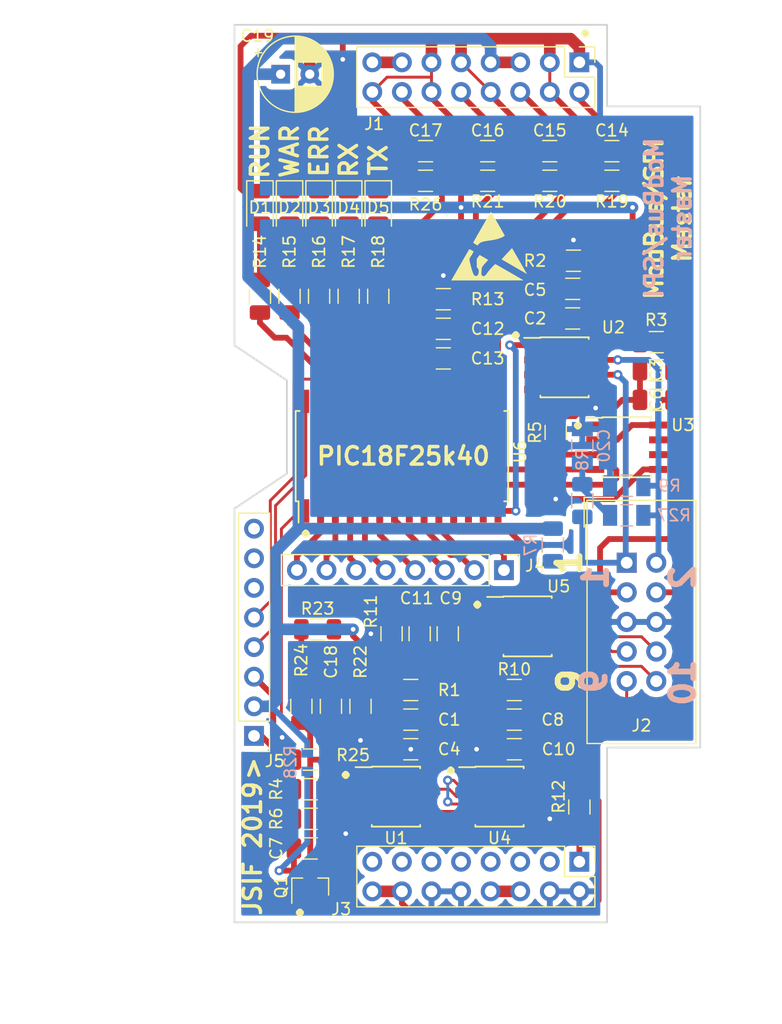
<source format=kicad_pcb>
(kicad_pcb (version 20171130) (host pcbnew "(5.0.0-rc2-dev-451-g0294e41cb)")
  (layers (0 F.Cu signal) (31 B.Cu signal) (34 B.Paste user) (35 F.Paste user) (36 B.SilkS user) (37 F.SilkS user) (38 B.Mask user) (39 F.Mask user) (44 Edge.Cuts user))
  (net 0 "")
  (net 1 "Net-(C1-Pad1)")
  (net 2 GND)
  (net 3 "Net-(C2-Pad1)")
  (net 4 "Net-(C3-Pad1)")
  (net 5 "Net-(C7-Pad1)")
  (net 6 "Net-(C10-Pad1)")
  (net 7 "Net-(C11-Pad1)")
  (net 8 "Net-(C12-Pad1)")
  (net 9 SDI)
  (net 10 SDO)
  (net 11 SS1)
  (net 12 SCK1)
  (net 13 "Net-(C18-Pad1)")
  (net 14 "Net-(D1-Pad2)")
  (net 15 "Net-(D2-Pad2)")
  (net 16 "Net-(D3-Pad2)")
  (net 17 "Net-(D4-Pad2)")
  (net 18 "Net-(D5-Pad2)")
  (net 19 Reset_Out)
  (net 20 +3V3)
  (net 21 +5V)
  (net 22 Reset_A)
  (net 23 Reset_B)
  (net 24 Tx_A)
  (net 25 Tx_B)
  (net 26 Rx_A)
  (net 27 Rx_B)
  (net 28 Sync_A)
  (net 29 Sync_B)
  (net 30 "Net-(J3-Pad9)")
  (net 31 "Net-(J3-Pad11)")
  (net 32 "Net-(J3-Pad13)")
  (net 33 "Net-(J3-Pad15)")
  (net 34 "Net-(J5-Pad8)")
  (net 35 "Net-(J5-Pad7)")
  (net 36 "Net-(J5-Pad6)")
  (net 37 ICSPCLK)
  (net 38 ICSPDAT)
  (net 39 Vpp)
  (net 40 Reset)
  (net 41 "Net-(R4-Pad2)")
  (net 42 Tx_En)
  (net 43 "Net-(R14-Pad2)")
  (net 44 "Net-(R15-Pad2)")
  (net 45 "Net-(R16-Pad2)")
  (net 46 "Net-(R17-Pad2)")
  (net 47 "Net-(R18-Pad2)")
  (net 48 Rx)
  (net 49 Tx)
  (net 50 "Net-(U3-Pad1)")
  (net 51 "Net-(U4-Pad1)")
  (net 52 Sync)
  (net 53 "Net-(U5-Pad1)")
  (net 54 "Net-(U6-Pad18)")
  (net 55 "Net-(J3-Pad5)")
  (net 56 "Net-(J3-Pad7)")
  (net 57 "Net-(J4-Pad1)")
  (net 58 "Net-(J4-Pad2)")
  (net 59 "Net-(J4-Pad3)")
  (net 60 "Net-(J4-Pad4)")
  (net 61 "Net-(J4-Pad5)")
  (net 62 "Net-(J4-Pad6)")
  (net 63 "Net-(J4-Pad7)")
  (net 64 "Net-(J4-Pad8)")
  (net 65 +3.3VP)
  (net 66 "Net-(J3-Pad3)")
  (net 67 +5VP)
  (net 68 "Net-(C20-Pad1)")
  (module Resistor_SMD:R_1206_3216Metric (layer B.Cu) (at 138.684 82.042)
    (fp_text reference R9 (at 3.683 0) (layer B.SilkS) (effects (justify mirror)))
    (fp_text value 1k)
    (pad 2 smd rect (at 1.43 0) (size 1.22 1.8) (layers B.Cu B.Paste B.Mask) (net 27 Rx_B))
    (pad 1 smd rect (at -1.43 0) (size 1.22 1.8) (layers B.Cu B.Paste B.Mask) (net 2 GND))
  )
  (module Connector_PinHeader_2.54mm:PinHeader_2x08_P2.54mm_Vertical (layer F.Cu) (at 134.62 45.72 270)
    (fp_text reference J1 (at 5.28 17.62) (layer F.SilkS))
    (fp_text value Conn_02x08_Top_Bottom)
    (pad 16 thru_hole oval (at 2.54 17.78 270) (size 1.7 1.7) (drill 1) (layers *.Cu *.Mask) (net 2 GND))
    (pad 15 thru_hole oval (at 0 17.78 270) (size 1.7 1.7) (drill 1) (layers *.Cu *.Mask) (net 65 +3.3VP))
    (pad 14 thru_hole oval (at 2.54 15.24 270) (size 1.7 1.7) (drill 1) (layers *.Cu *.Mask) (net 12 SCK1))
    (pad 13 thru_hole oval (at 0 15.24 270) (size 1.7 1.7) (drill 1) (layers *.Cu *.Mask) (net 65 +3.3VP))
    (pad 12 thru_hole oval (at 2.54 12.7 270) (size 1.7 1.7) (drill 1) (layers *.Cu *.Mask) (net 2 GND))
    (pad 11 thru_hole oval (at 0 12.7 270) (size 1.7 1.7) (drill 1) (layers *.Cu *.Mask) (net 2 GND))
    (pad 10 thru_hole oval (at 2.54 10.16 270) (size 1.7 1.7) (drill 1) (layers *.Cu *.Mask) (net 11 SS1))
    (pad 9 thru_hole oval (at 0 10.16 270) (size 1.7 1.7) (drill 1) (layers *.Cu *.Mask) (net 2 GND))
    (pad 8 thru_hole oval (at 2.54 7.62 270) (size 1.7 1.7) (drill 1) (layers *.Cu *.Mask) (net 2 GND))
    (pad 7 thru_hole oval (at 0 7.62 270) (size 1.7 1.7) (drill 1) (layers *.Cu *.Mask) (net 21 +5V))
    (pad 6 thru_hole oval (at 2.54 5.08 270) (size 1.7 1.7) (drill 1) (layers *.Cu *.Mask) (net 10 SDO))
    (pad 5 thru_hole oval (at 0 5.08 270) (size 1.7 1.7) (drill 1) (layers *.Cu *.Mask) (net 21 +5V))
    (pad 4 thru_hole oval (at 2.54 2.54 270) (size 1.7 1.7) (drill 1) (layers *.Cu *.Mask) (net 2 GND))
    (pad 3 thru_hole oval (at 0 2.54 270) (size 1.7 1.7) (drill 1) (layers *.Cu *.Mask) (net 2 GND))
    (pad 2 thru_hole oval (at 2.54 0 270) (size 1.7 1.7) (drill 1) (layers *.Cu *.Mask) (net 9 SDI))
    (pad 1 thru_hole rect (at 0 0 270) (size 1.7 1.7) (drill 1) (layers *.Cu *.Mask) (net 2 GND))
  )
  (module Capacitor_SMD:C_1206_3216Metric (layer F.Cu) (at 141.224 72.136 180)
    (fp_text reference C3 (at 0 0 90) (layer F.SilkS))
    (fp_text value 4.7u)
    (pad 2 smd roundrect (at 1.4 0 180) (size 1.25 1.75) (layers F.Cu F.Paste F.Mask) (roundrect_rratio 0.2) (net 2 GND))
    (pad 1 smd roundrect (at -1.4 0 180) (size 1.25 1.75) (layers F.Cu F.Paste F.Mask) (roundrect_rratio 0.2) (net 4 "Net-(C3-Pad1)"))
  )
  (module Capacitor_SMD:C_1206_3216Metric (layer F.Cu) (at 141.224 74.676 180)
    (fp_text reference C6 (at 0 0 90) (layer F.SilkS))
    (fp_text value 100n)
    (pad 1 smd roundrect (at -1.4 0 180) (size 1.25 1.75) (layers F.Cu F.Paste F.Mask) (roundrect_rratio 0.2) (net 4 "Net-(C3-Pad1)"))
    (pad 2 smd roundrect (at 1.4 0 180) (size 1.25 1.75) (layers F.Cu F.Paste F.Mask) (roundrect_rratio 0.2) (net 2 GND))
  )
  (module Resistor_SMD:R_1206_3216Metric (layer F.Cu) (at 141.224 69.723)
    (fp_text reference R3 (at 0 -1.905) (layer F.SilkS))
    (fp_text value 0E)
    (pad 2 smd roundrect (at 1.4 0) (size 1.25 1.75) (layers F.Cu F.Paste F.Mask) (roundrect_rratio 0.2) (net 4 "Net-(C3-Pad1)"))
    (pad 1 smd roundrect (at -1.4 0) (size 1.25 1.75) (layers F.Cu F.Paste F.Mask) (roundrect_rratio 0.2) (net 21 +5V))
  )
  (module LED_SMD:LED_1206_3216Metric (layer F.Cu) (at 109.728 58.166 270)
    (fp_text reference D2 (at 0 0) (layer F.SilkS))
    (fp_text value "LED YE")
    (pad 2 smd roundrect (at 1.4 0 270) (size 1.25 1.75) (layers F.Cu F.Paste F.Mask) (roundrect_rratio 0.2) (net 15 "Net-(D2-Pad2)"))
    (pad 1 smd roundrect (at -1.4 0 270) (size 1.25 1.75) (layers F.Cu F.Paste F.Mask) (roundrect_rratio 0.2) (net 2 GND))
  )
  (module LED_SMD:LED_1206_3216Metric (layer F.Cu) (at 107.188 58.166 270)
    (fp_text reference D1 (at 0 0) (layer F.SilkS))
    (fp_text value "LED GR")
    (pad 1 smd roundrect (at -1.4 0 270) (size 1.25 1.75) (layers F.Cu F.Paste F.Mask) (roundrect_rratio 0.2) (net 2 GND))
    (pad 2 smd roundrect (at 1.4 0 270) (size 1.25 1.75) (layers F.Cu F.Paste F.Mask) (roundrect_rratio 0.2) (net 14 "Net-(D1-Pad2)"))
  )
  (module Resistor_SMD:R_1206_3216Metric (layer F.Cu) (at 109.728 65.786 270)
    (fp_text reference R15 (at -3.81 0 270) (layer F.SilkS))
    (fp_text value 300E)
    (pad 1 smd roundrect (at -1.4 0 270) (size 1.25 1.75) (layers F.Cu F.Paste F.Mask) (roundrect_rratio 0.2) (net 15 "Net-(D2-Pad2)"))
    (pad 2 smd roundrect (at 1.4 0 270) (size 1.25 1.75) (layers F.Cu F.Paste F.Mask) (roundrect_rratio 0.2) (net 44 "Net-(R15-Pad2)"))
  )
  (module Resistor_SMD:R_1206_3216Metric (layer F.Cu) (at 117.348 65.786 270)
    (fp_text reference R18 (at -3.81 0 270) (layer F.SilkS))
    (fp_text value 300E)
    (pad 2 smd roundrect (at 1.4 0 270) (size 1.25 1.75) (layers F.Cu F.Paste F.Mask) (roundrect_rratio 0.2) (net 47 "Net-(R18-Pad2)"))
    (pad 1 smd roundrect (at -1.4 0 270) (size 1.25 1.75) (layers F.Cu F.Paste F.Mask) (roundrect_rratio 0.2) (net 18 "Net-(D5-Pad2)"))
  )
  (module Resistor_SMD:R_1206_3216Metric (layer F.Cu) (at 107.188 65.786 270)
    (fp_text reference R14 (at -3.81 0 270) (layer F.SilkS))
    (fp_text value 300E)
    (pad 1 smd roundrect (at -1.4 0 270) (size 1.25 1.75) (layers F.Cu F.Paste F.Mask) (roundrect_rratio 0.2) (net 14 "Net-(D1-Pad2)"))
    (pad 2 smd roundrect (at 1.4 0 270) (size 1.25 1.75) (layers F.Cu F.Paste F.Mask) (roundrect_rratio 0.2) (net 43 "Net-(R14-Pad2)"))
  )
  (module Resistor_SMD:R_1206_3216Metric (layer F.Cu) (at 114.808 65.786 270)
    (fp_text reference R17 (at -3.81 0 270) (layer F.SilkS))
    (fp_text value 300E)
    (pad 2 smd roundrect (at 1.4 0 270) (size 1.25 1.75) (layers F.Cu F.Paste F.Mask) (roundrect_rratio 0.2) (net 46 "Net-(R17-Pad2)"))
    (pad 1 smd roundrect (at -1.4 0 270) (size 1.25 1.75) (layers F.Cu F.Paste F.Mask) (roundrect_rratio 0.2) (net 17 "Net-(D4-Pad2)"))
  )
  (module Resistor_SMD:R_1206_3216Metric (layer F.Cu) (at 112.268 65.786 270)
    (fp_text reference R16 (at -3.81 0 270) (layer F.SilkS))
    (fp_text value 300E)
    (pad 1 smd roundrect (at -1.4 0 270) (size 1.25 1.75) (layers F.Cu F.Paste F.Mask) (roundrect_rratio 0.2) (net 16 "Net-(D3-Pad2)"))
    (pad 2 smd roundrect (at 1.4 0 270) (size 1.25 1.75) (layers F.Cu F.Paste F.Mask) (roundrect_rratio 0.2) (net 45 "Net-(R16-Pad2)"))
  )
  (module LED_SMD:LED_1206_3216Metric (layer F.Cu) (at 114.808 58.166 270)
    (fp_text reference D4 (at 0 0) (layer F.SilkS))
    (fp_text value "LED GR")
    (pad 2 smd roundrect (at 1.4 0 270) (size 1.25 1.75) (layers F.Cu F.Paste F.Mask) (roundrect_rratio 0.2) (net 17 "Net-(D4-Pad2)"))
    (pad 1 smd roundrect (at -1.4 0 270) (size 1.25 1.75) (layers F.Cu F.Paste F.Mask) (roundrect_rratio 0.2) (net 2 GND))
  )
  (module LED_SMD:LED_1206_3216Metric (layer F.Cu) (at 117.348 58.166 270)
    (fp_text reference D5 (at 0 0) (layer F.SilkS))
    (fp_text value "LED GR")
    (pad 1 smd roundrect (at -1.4 0 270) (size 1.25 1.75) (layers F.Cu F.Paste F.Mask) (roundrect_rratio 0.2) (net 2 GND))
    (pad 2 smd roundrect (at 1.4 0 270) (size 1.25 1.75) (layers F.Cu F.Paste F.Mask) (roundrect_rratio 0.2) (net 18 "Net-(D5-Pad2)"))
  )
  (module LED_SMD:LED_1206_3216Metric (layer F.Cu) (at 112.268 58.166 270)
    (fp_text reference D3 (at 0 0) (layer F.SilkS))
    (fp_text value "LED RD")
    (pad 1 smd roundrect (at -1.4 0 270) (size 1.25 1.75) (layers F.Cu F.Paste F.Mask) (roundrect_rratio 0.2) (net 2 GND))
    (pad 2 smd roundrect (at 1.4 0 270) (size 1.25 1.75) (layers F.Cu F.Paste F.Mask) (roundrect_rratio 0.2) (net 16 "Net-(D3-Pad2)"))
  )
  (module Capacitor_SMD:C_1206_3216Metric (layer F.Cu) (at 120.142 102.108 180)
    (fp_text reference C1 (at -3.302 0 180) (layer F.SilkS))
    (fp_text value 4.7u)
    (pad 1 smd roundrect (at -1.4 0 180) (size 1.25 1.75) (layers F.Cu F.Paste F.Mask) (roundrect_rratio 0.2) (net 1 "Net-(C1-Pad1)"))
    (pad 2 smd roundrect (at 1.4 0 180) (size 1.25 1.75) (layers F.Cu F.Paste F.Mask) (roundrect_rratio 0.2) (net 2 GND))
  )
  (module Capacitor_SMD:C_1206_3216Metric (layer F.Cu) (at 134.046 67.691 180)
    (fp_text reference C2 (at 3.236 0 180) (layer F.SilkS))
    (fp_text value 4.7u)
    (pad 2 smd roundrect (at 1.4 0 180) (size 1.25 1.75) (layers F.Cu F.Paste F.Mask) (roundrect_rratio 0.2) (net 2 GND))
    (pad 1 smd roundrect (at -1.4 0 180) (size 1.25 1.75) (layers F.Cu F.Paste F.Mask) (roundrect_rratio 0.2) (net 3 "Net-(C2-Pad1)"))
  )
  (module Capacitor_SMD:C_1206_3216Metric (layer F.Cu) (at 120.142 104.648 180)
    (fp_text reference C4 (at -3.302 0 180) (layer F.SilkS))
    (fp_text value 100n)
    (pad 2 smd roundrect (at 1.4 0 180) (size 1.25 1.75) (layers F.Cu F.Paste F.Mask) (roundrect_rratio 0.2) (net 2 GND))
    (pad 1 smd roundrect (at -1.4 0 180) (size 1.25 1.75) (layers F.Cu F.Paste F.Mask) (roundrect_rratio 0.2) (net 1 "Net-(C1-Pad1)"))
  )
  (module Capacitor_SMD:C_1206_3216Metric (layer F.Cu) (at 134.046 65.151 180)
    (fp_text reference C5 (at 3.236 -0.086 180) (layer F.SilkS))
    (fp_text value 100n)
    (pad 1 smd roundrect (at -1.4 0 180) (size 1.25 1.75) (layers F.Cu F.Paste F.Mask) (roundrect_rratio 0.2) (net 3 "Net-(C2-Pad1)"))
    (pad 2 smd roundrect (at 1.4 0 180) (size 1.25 1.75) (layers F.Cu F.Paste F.Mask) (roundrect_rratio 0.2) (net 2 GND))
  )
  (module Capacitor_SMD:C_1206_3216Metric (layer F.Cu) (at 111.506 113.157)
    (fp_text reference C7 (at -2.921 0 90) (layer F.SilkS))
    (fp_text value 100n)
    (pad 1 smd roundrect (at -1.4 0) (size 1.25 1.75) (layers F.Cu F.Paste F.Mask) (roundrect_rratio 0.2) (net 5 "Net-(C7-Pad1)"))
    (pad 2 smd roundrect (at 1.4 0) (size 1.25 1.75) (layers F.Cu F.Paste F.Mask) (roundrect_rratio 0.2) (net 2 GND))
  )
  (module Capacitor_SMD:C_1206_3216Metric (layer F.Cu) (at 129.032 102.108 180)
    (fp_text reference C8 (at -3.302 0 180) (layer F.SilkS))
    (fp_text value 4.7u)
    (pad 1 smd roundrect (at -1.4 0 180) (size 1.25 1.75) (layers F.Cu F.Paste F.Mask) (roundrect_rratio 0.2) (net 6 "Net-(C10-Pad1)"))
    (pad 2 smd roundrect (at 1.4 0 180) (size 1.25 1.75) (layers F.Cu F.Paste F.Mask) (roundrect_rratio 0.2) (net 2 GND))
  )
  (module Capacitor_SMD:C_1206_3216Metric (layer F.Cu) (at 123.317 94.742 270)
    (fp_text reference C9 (at -3.048 -0.254) (layer F.SilkS))
    (fp_text value 4.7u)
    (pad 2 smd roundrect (at 1.4 0 270) (size 1.25 1.75) (layers F.Cu F.Paste F.Mask) (roundrect_rratio 0.2) (net 2 GND))
    (pad 1 smd roundrect (at -1.4 0 270) (size 1.25 1.75) (layers F.Cu F.Paste F.Mask) (roundrect_rratio 0.2) (net 7 "Net-(C11-Pad1)"))
  )
  (module Capacitor_SMD:C_1206_3216Metric (layer F.Cu) (at 129.032 104.648 180)
    (fp_text reference C10 (at -3.81 0 180) (layer F.SilkS))
    (fp_text value 100n)
    (pad 1 smd roundrect (at -1.4 0 180) (size 1.25 1.75) (layers F.Cu F.Paste F.Mask) (roundrect_rratio 0.2) (net 6 "Net-(C10-Pad1)"))
    (pad 2 smd roundrect (at 1.4 0 180) (size 1.25 1.75) (layers F.Cu F.Paste F.Mask) (roundrect_rratio 0.2) (net 2 GND))
  )
  (module Capacitor_SMD:C_1206_3216Metric (layer F.Cu) (at 120.904 94.742 270)
    (fp_text reference C11 (at -3.048 0.254 180) (layer F.SilkS))
    (fp_text value 100n)
    (pad 2 smd roundrect (at 1.4 0 270) (size 1.25 1.75) (layers F.Cu F.Paste F.Mask) (roundrect_rratio 0.2) (net 2 GND))
    (pad 1 smd roundrect (at -1.4 0 270) (size 1.25 1.75) (layers F.Cu F.Paste F.Mask) (roundrect_rratio 0.2) (net 7 "Net-(C11-Pad1)"))
  )
  (module Capacitor_SMD:C_1206_3216Metric (layer F.Cu) (at 122.936 68.58)
    (fp_text reference C12 (at 3.81 0) (layer F.SilkS))
    (fp_text value 4.7u)
    (pad 2 smd roundrect (at 1.4 0) (size 1.25 1.75) (layers F.Cu F.Paste F.Mask) (roundrect_rratio 0.2) (net 2 GND))
    (pad 1 smd roundrect (at -1.4 0) (size 1.25 1.75) (layers F.Cu F.Paste F.Mask) (roundrect_rratio 0.2) (net 8 "Net-(C12-Pad1)"))
  )
  (module Capacitor_SMD:C_1206_3216Metric (layer F.Cu) (at 122.936 71.12)
    (fp_text reference C13 (at 3.81 0) (layer F.SilkS))
    (fp_text value 100n)
    (pad 1 smd roundrect (at -1.4 0) (size 1.25 1.75) (layers F.Cu F.Paste F.Mask) (roundrect_rratio 0.2) (net 8 "Net-(C12-Pad1)"))
    (pad 2 smd roundrect (at 1.4 0) (size 1.25 1.75) (layers F.Cu F.Paste F.Mask) (roundrect_rratio 0.2) (net 2 GND))
  )
  (module Capacitor_SMD:C_1206_3216Metric (layer F.Cu) (at 137.414 53.34 180)
    (fp_text reference C14 (at 0 1.778 180) (layer F.SilkS))
    (fp_text value 22p)
    (pad 1 smd roundrect (at -1.4 0 180) (size 1.25 1.75) (layers F.Cu F.Paste F.Mask) (roundrect_rratio 0.2) (net 9 SDI))
    (pad 2 smd roundrect (at 1.4 0 180) (size 1.25 1.75) (layers F.Cu F.Paste F.Mask) (roundrect_rratio 0.2) (net 2 GND))
  )
  (module Capacitor_SMD:C_1206_3216Metric (layer F.Cu) (at 132.08 53.34 180)
    (fp_text reference C15 (at 0 1.778 180) (layer F.SilkS))
    (fp_text value 22p)
    (pad 2 smd roundrect (at 1.4 0 180) (size 1.25 1.75) (layers F.Cu F.Paste F.Mask) (roundrect_rratio 0.2) (net 2 GND))
    (pad 1 smd roundrect (at -1.4 0 180) (size 1.25 1.75) (layers F.Cu F.Paste F.Mask) (roundrect_rratio 0.2) (net 10 SDO))
  )
  (module Capacitor_SMD:C_1206_3216Metric (layer F.Cu) (at 126.746 53.34 180)
    (fp_text reference C16 (at 0 1.778 180) (layer F.SilkS))
    (fp_text value 22p)
    (pad 2 smd roundrect (at 1.4 0 180) (size 1.25 1.75) (layers F.Cu F.Paste F.Mask) (roundrect_rratio 0.2) (net 2 GND))
    (pad 1 smd roundrect (at -1.4 0 180) (size 1.25 1.75) (layers F.Cu F.Paste F.Mask) (roundrect_rratio 0.2) (net 11 SS1))
  )
  (module Capacitor_SMD:C_1206_3216Metric (layer F.Cu) (at 121.412 53.34 180)
    (fp_text reference C17 (at 0 1.778 180) (layer F.SilkS))
    (fp_text value 22p)
    (pad 1 smd roundrect (at -1.4 0 180) (size 1.25 1.75) (layers F.Cu F.Paste F.Mask) (roundrect_rratio 0.2) (net 12 SCK1))
    (pad 2 smd roundrect (at 1.4 0 180) (size 1.25 1.75) (layers F.Cu F.Paste F.Mask) (roundrect_rratio 0.2) (net 2 GND))
  )
  (module Capacitor_SMD:C_1206_3216Metric (layer F.Cu) (at 113.284 100.965 270)
    (fp_text reference C18 (at -3.81 0 270) (layer F.SilkS))
    (fp_text value 4.7u)
    (pad 2 smd roundrect (at 1.4 0 270) (size 1.25 1.75) (layers F.Cu F.Paste F.Mask) (roundrect_rratio 0.2) (net 2 GND))
    (pad 1 smd roundrect (at -1.4 0 270) (size 1.25 1.75) (layers F.Cu F.Paste F.Mask) (roundrect_rratio 0.2) (net 13 "Net-(C18-Pad1)"))
  )
  (module Connector_IDC:IDC-Header_2x05_P2.54mm_Vertical (layer F.Cu) (at 138.684 88.646)
    (fp_text reference J2 (at 1.27 13.97) (layer F.SilkS))
    (fp_text value Conn_02x05_Odd_Even)
    (pad 1 thru_hole rect (at 0 0) (size 1.7272 1.7272) (drill 1.016) (layers *.Cu *.Mask) (net 26 Rx_A))
    (pad 2 thru_hole oval (at 2.54 0) (size 1.7272 1.7272) (drill 1.016) (layers *.Cu *.Mask) (net 27 Rx_B))
    (pad 3 thru_hole oval (at 0 2.54) (size 1.7272 1.7272) (drill 1.016) (layers *.Cu *.Mask) (net 24 Tx_A))
    (pad 4 thru_hole oval (at 2.54 2.54) (size 1.7272 1.7272) (drill 1.016) (layers *.Cu *.Mask) (net 25 Tx_B))
    (pad 5 thru_hole oval (at 0 5.08) (size 1.7272 1.7272) (drill 1.016) (layers *.Cu *.Mask) (net 2 GND))
    (pad 6 thru_hole oval (at 2.54 5.08) (size 1.7272 1.7272) (drill 1.016) (layers *.Cu *.Mask) (net 2 GND))
    (pad 7 thru_hole oval (at 0 7.62) (size 1.7272 1.7272) (drill 1.016) (layers *.Cu *.Mask) (net 28 Sync_A))
    (pad 8 thru_hole oval (at 2.54 7.62) (size 1.7272 1.7272) (drill 1.016) (layers *.Cu *.Mask) (net 29 Sync_B))
    (pad 9 thru_hole oval (at 0 10.16) (size 1.7272 1.7272) (drill 1.016) (layers *.Cu *.Mask) (net 22 Reset_A))
    (pad 10 thru_hole oval (at 2.54 10.16) (size 1.7272 1.7272) (drill 1.016) (layers *.Cu *.Mask) (net 23 Reset_B))
  )
  (module Connector_PinHeader_2.54mm:PinHeader_2x08_P2.54mm_Vertical (layer F.Cu) (at 134.62 114.3 270)
    (fp_text reference J3 (at 4.064 20.447) (layer F.SilkS))
    (fp_text value Conn_02x08_Top_Bottom)
    (pad 1 thru_hole rect (at 0 0 270) (size 1.7 1.7) (drill 1) (layers *.Cu *.Mask) (net 19 Reset_Out))
    (pad 2 thru_hole oval (at 2.54 0 270) (size 1.7 1.7) (drill 1) (layers *.Cu *.Mask) (net 2 GND))
    (pad 3 thru_hole oval (at 0 2.54 270) (size 1.7 1.7) (drill 1) (layers *.Cu *.Mask) (net 66 "Net-(J3-Pad3)"))
    (pad 4 thru_hole oval (at 2.54 2.54 270) (size 1.7 1.7) (drill 1) (layers *.Cu *.Mask) (net 2 GND))
    (pad 5 thru_hole oval (at 0 5.08 270) (size 1.7 1.7) (drill 1) (layers *.Cu *.Mask) (net 55 "Net-(J3-Pad5)"))
    (pad 6 thru_hole oval (at 2.54 5.08 270) (size 1.7 1.7) (drill 1) (layers *.Cu *.Mask) (net 67 +5VP))
    (pad 7 thru_hole oval (at 0 7.62 270) (size 1.7 1.7) (drill 1) (layers *.Cu *.Mask) (net 56 "Net-(J3-Pad7)"))
    (pad 8 thru_hole oval (at 2.54 7.62 270) (size 1.7 1.7) (drill 1) (layers *.Cu *.Mask) (net 67 +5VP))
    (pad 9 thru_hole oval (at 0 10.16 270) (size 1.7 1.7) (drill 1) (layers *.Cu *.Mask) (net 30 "Net-(J3-Pad9)"))
    (pad 10 thru_hole oval (at 2.54 10.16 270) (size 1.7 1.7) (drill 1) (layers *.Cu *.Mask) (net 2 GND))
    (pad 11 thru_hole oval (at 0 12.7 270) (size 1.7 1.7) (drill 1) (layers *.Cu *.Mask) (net 31 "Net-(J3-Pad11)"))
    (pad 12 thru_hole oval (at 2.54 12.7 270) (size 1.7 1.7) (drill 1) (layers *.Cu *.Mask) (net 2 GND))
    (pad 13 thru_hole oval (at 0 15.24 270) (size 1.7 1.7) (drill 1) (layers *.Cu *.Mask) (net 32 "Net-(J3-Pad13)"))
    (pad 14 thru_hole oval (at 2.54 15.24 270) (size 1.7 1.7) (drill 1) (layers *.Cu *.Mask) (net 20 +3V3))
    (pad 15 thru_hole oval (at 0 17.78 270) (size 1.7 1.7) (drill 1) (layers *.Cu *.Mask) (net 33 "Net-(J3-Pad15)"))
    (pad 16 thru_hole oval (at 2.54 17.78 270) (size 1.7 1.7) (drill 1) (layers *.Cu *.Mask) (net 20 +3V3))
  )
  (module Connector_PinHeader_2.54mm:PinHeader_1x08_P2.54mm_Vertical (layer F.Cu) (at 128.143 89.281 270)
    (fp_text reference J4 (at -0.381 -2.667) (layer F.SilkS))
    (fp_text value Conn_01x08)
    (pad 1 thru_hole rect (at 0 0 270) (size 1.7 1.7) (drill 1) (layers *.Cu *.Mask) (net 57 "Net-(J4-Pad1)"))
    (pad 2 thru_hole oval (at 0 2.54 270) (size 1.7 1.7) (drill 1) (layers *.Cu *.Mask) (net 58 "Net-(J4-Pad2)"))
    (pad 3 thru_hole oval (at 0 5.08 270) (size 1.7 1.7) (drill 1) (layers *.Cu *.Mask) (net 59 "Net-(J4-Pad3)"))
    (pad 4 thru_hole oval (at 0 7.62 270) (size 1.7 1.7) (drill 1) (layers *.Cu *.Mask) (net 60 "Net-(J4-Pad4)"))
    (pad 5 thru_hole oval (at 0 10.16 270) (size 1.7 1.7) (drill 1) (layers *.Cu *.Mask) (net 61 "Net-(J4-Pad5)"))
    (pad 6 thru_hole oval (at 0 12.7 270) (size 1.7 1.7) (drill 1) (layers *.Cu *.Mask) (net 62 "Net-(J4-Pad6)"))
    (pad 7 thru_hole oval (at 0 15.24 270) (size 1.7 1.7) (drill 1) (layers *.Cu *.Mask) (net 63 "Net-(J4-Pad7)"))
    (pad 8 thru_hole oval (at 0 17.78 270) (size 1.7 1.7) (drill 1) (layers *.Cu *.Mask) (net 64 "Net-(J4-Pad8)"))
  )
  (module Connector_PinHeader_2.54mm:PinHeader_1x08_P2.54mm_Vertical (layer F.Cu) (at 106.68 103.505 180)
    (fp_text reference J5 (at -1.778 -2.159) (layer F.SilkS))
    (fp_text value Conn_01x08)
    (pad 8 thru_hole oval (at 0 17.78 180) (size 1.7 1.7) (drill 1) (layers *.Cu *.Mask) (net 34 "Net-(J5-Pad8)"))
    (pad 7 thru_hole oval (at 0 15.24 180) (size 1.7 1.7) (drill 1) (layers *.Cu *.Mask) (net 35 "Net-(J5-Pad7)"))
    (pad 6 thru_hole oval (at 0 12.7 180) (size 1.7 1.7) (drill 1) (layers *.Cu *.Mask) (net 36 "Net-(J5-Pad6)"))
    (pad 5 thru_hole oval (at 0 10.16 180) (size 1.7 1.7) (drill 1) (layers *.Cu *.Mask) (net 37 ICSPCLK))
    (pad 4 thru_hole oval (at 0 7.62 180) (size 1.7 1.7) (drill 1) (layers *.Cu *.Mask) (net 38 ICSPDAT))
    (pad 3 thru_hole oval (at 0 5.08 180) (size 1.7 1.7) (drill 1) (layers *.Cu *.Mask) (net 2 GND))
    (pad 2 thru_hole oval (at 0 2.54 180) (size 1.7 1.7) (drill 1) (layers *.Cu *.Mask) (net 21 +5V))
    (pad 1 thru_hole rect (at 0 0 180) (size 1.7 1.7) (drill 1) (layers *.Cu *.Mask) (net 39 Vpp))
  )
  (module Package_TO_SOT_SMD:SOT-23 (layer F.Cu) (at 111.506 116.459 90)
    (fp_text reference Q1 (at 0 -2.5 90) (layer F.SilkS))
    (fp_text value "NTR5103NT1G ")
    (pad 1 smd rect (at -1 -0.95 90) (size 0.9 0.8) (layers F.Cu F.Paste F.Mask) (net 5 "Net-(C7-Pad1)"))
    (pad 2 smd rect (at -1 0.95 90) (size 0.9 0.8) (layers F.Cu F.Paste F.Mask) (net 2 GND))
    (pad 3 smd rect (at 1 0 90) (size 0.9 0.8) (layers F.Cu F.Paste F.Mask) (net 40 Reset))
  )
  (module Resistor_SMD:R_1206_3216Metric (layer F.Cu) (at 120.142 99.568)
    (fp_text reference R1 (at 3.302 0) (layer F.SilkS))
    (fp_text value 0E)
    (pad 1 smd roundrect (at -1.4 0) (size 1.25 1.75) (layers F.Cu F.Paste F.Mask) (roundrect_rratio 0.2) (net 21 +5V))
    (pad 2 smd roundrect (at 1.4 0) (size 1.25 1.75) (layers F.Cu F.Paste F.Mask) (roundrect_rratio 0.2) (net 1 "Net-(C1-Pad1)"))
  )
  (module Resistor_SMD:R_1206_3216Metric (layer F.Cu) (at 134.112 62.738)
    (fp_text reference R2 (at -3.302 0) (layer F.SilkS))
    (fp_text value 0E)
    (pad 1 smd roundrect (at -1.4 0) (size 1.25 1.75) (layers F.Cu F.Paste F.Mask) (roundrect_rratio 0.2) (net 21 +5V))
    (pad 2 smd roundrect (at 1.4 0) (size 1.25 1.75) (layers F.Cu F.Paste F.Mask) (roundrect_rratio 0.2) (net 3 "Net-(C2-Pad1)"))
  )
  (module Resistor_SMD:R_1206_3216Metric (layer F.Cu) (at 111.506 108.077)
    (fp_text reference R4 (at -2.921 0 90) (layer F.SilkS))
    (fp_text value 1k)
    (pad 1 smd roundrect (at -1.4 0) (size 1.25 1.75) (layers F.Cu F.Paste F.Mask) (roundrect_rratio 0.2) (net 5 "Net-(C7-Pad1)"))
    (pad 2 smd roundrect (at 1.4 0) (size 1.25 1.75) (layers F.Cu F.Paste F.Mask) (roundrect_rratio 0.2) (net 41 "Net-(R4-Pad2)"))
  )
  (module Resistor_SMD:R_1206_3216Metric (layer F.Cu) (at 132.588 77.47 90)
    (fp_text reference R5 (at 0 -1.778 90) (layer F.SilkS))
    (fp_text value 4k99)
    (pad 2 smd roundrect (at 1.4 0 90) (size 1.25 1.75) (layers F.Cu F.Paste F.Mask) (roundrect_rratio 0.2) (net 2 GND))
    (pad 1 smd roundrect (at -1.4 0 90) (size 1.25 1.75) (layers F.Cu F.Paste F.Mask) (roundrect_rratio 0.2) (net 42 Tx_En))
  )
  (module Resistor_SMD:R_1206_3216Metric (layer F.Cu) (at 111.506 110.617)
    (fp_text reference R6 (at -2.921 0 270) (layer F.SilkS))
    (fp_text value 10k)
    (pad 2 smd roundrect (at 1.4 0) (size 1.25 1.75) (layers F.Cu F.Paste F.Mask) (roundrect_rratio 0.2) (net 2 GND))
    (pad 1 smd roundrect (at -1.4 0) (size 1.25 1.75) (layers F.Cu F.Paste F.Mask) (roundrect_rratio 0.2) (net 5 "Net-(C7-Pad1)"))
  )
  (module Resistor_SMD:R_1206_3216Metric (layer B.Cu) (at 132.334 87.122 90)
    (fp_text reference R7 (at 0 -1.905 90) (layer B.SilkS) (effects (justify mirror)))
    (fp_text value 1k)
    (pad 1 smd roundrect (at -1.4 0 90) (size 1.25 1.75) (layers B.Cu B.Paste B.Mask) (roundrect_rratio 0.2) (net 26 Rx_A))
    (pad 2 smd roundrect (at 1.4 0 90) (size 1.25 1.75) (layers B.Cu B.Paste B.Mask) (roundrect_rratio 0.2) (net 21 +5V))
  )
  (module Resistor_SMD:R_1206_3216Metric (layer B.Cu) (at 134.874 83.312 90)
    (fp_text reference R8 (at 3.508984 0 90) (layer B.SilkS) (effects (justify mirror)))
    (fp_text value 60E)
    (pad 2 smd roundrect (at 1.4 0 90) (size 1.25 1.75) (layers B.Cu B.Paste B.Mask) (roundrect_rratio 0.2) (net 68 "Net-(C20-Pad1)"))
    (pad 1 smd roundrect (at -1.4 0 90) (size 1.25 1.75) (layers B.Cu B.Paste B.Mask) (roundrect_rratio 0.2) (net 26 Rx_A))
  )
  (module Resistor_SMD:R_1206_3216Metric (layer F.Cu) (at 129.032 99.568)
    (fp_text reference R10 (at 0 -1.778) (layer F.SilkS))
    (fp_text value 0E)
    (pad 1 smd roundrect (at -1.4 0) (size 1.25 1.75) (layers F.Cu F.Paste F.Mask) (roundrect_rratio 0.2) (net 21 +5V))
    (pad 2 smd roundrect (at 1.4 0) (size 1.25 1.75) (layers F.Cu F.Paste F.Mask) (roundrect_rratio 0.2) (net 6 "Net-(C10-Pad1)"))
  )
  (module Resistor_SMD:R_1206_3216Metric (layer F.Cu) (at 118.491 94.742 90)
    (fp_text reference R11 (at 1.905 -1.778 270) (layer F.SilkS))
    (fp_text value 0E)
    (pad 1 smd roundrect (at -1.4 0 90) (size 1.25 1.75) (layers F.Cu F.Paste F.Mask) (roundrect_rratio 0.2) (net 21 +5V))
    (pad 2 smd roundrect (at 1.4 0 90) (size 1.25 1.75) (layers F.Cu F.Paste F.Mask) (roundrect_rratio 0.2) (net 7 "Net-(C11-Pad1)"))
  )
  (module Resistor_SMD:R_1206_3216Metric (layer F.Cu) (at 134.62 109.601 270)
    (fp_text reference R12 (at -0.889 1.778 270) (layer F.SilkS))
    (fp_text value 4k99)
    (pad 2 smd roundrect (at 1.4 0 270) (size 1.25 1.75) (layers F.Cu F.Paste F.Mask) (roundrect_rratio 0.2) (net 19 Reset_Out))
    (pad 1 smd roundrect (at -1.4 0 270) (size 1.25 1.75) (layers F.Cu F.Paste F.Mask) (roundrect_rratio 0.2) (net 20 +3V3))
  )
  (module Resistor_SMD:R_1206_3216Metric (layer F.Cu) (at 122.936 66.04 180)
    (fp_text reference R13 (at -3.81 0) (layer F.SilkS))
    (fp_text value 0E)
    (pad 2 smd roundrect (at 1.4 0 180) (size 1.25 1.75) (layers F.Cu F.Paste F.Mask) (roundrect_rratio 0.2) (net 8 "Net-(C12-Pad1)"))
    (pad 1 smd roundrect (at -1.4 0 180) (size 1.25 1.75) (layers F.Cu F.Paste F.Mask) (roundrect_rratio 0.2) (net 21 +5V))
  )
  (module Resistor_SMD:R_1206_3216Metric (layer F.Cu) (at 137.414 55.88 180)
    (fp_text reference R19 (at 0 -1.778 180) (layer F.SilkS))
    (fp_text value 4k99)
    (pad 1 smd roundrect (at -1.4 0 180) (size 1.25 1.75) (layers F.Cu F.Paste F.Mask) (roundrect_rratio 0.2) (net 9 SDI))
    (pad 2 smd roundrect (at 1.4 0 180) (size 1.25 1.75) (layers F.Cu F.Paste F.Mask) (roundrect_rratio 0.2) (net 2 GND))
  )
  (module Resistor_SMD:R_1206_3216Metric (layer F.Cu) (at 132.08 55.88 180)
    (fp_text reference R20 (at 0 -1.778 180) (layer F.SilkS))
    (fp_text value 4k99)
    (pad 1 smd roundrect (at -1.4 0 180) (size 1.25 1.75) (layers F.Cu F.Paste F.Mask) (roundrect_rratio 0.2) (net 10 SDO))
    (pad 2 smd roundrect (at 1.4 0 180) (size 1.25 1.75) (layers F.Cu F.Paste F.Mask) (roundrect_rratio 0.2) (net 2 GND))
  )
  (module Resistor_SMD:R_1206_3216Metric (layer F.Cu) (at 126.746 55.88)
    (fp_text reference R21 (at 0 1.778) (layer F.SilkS))
    (fp_text value 4k99)
    (pad 2 smd roundrect (at 1.4 0) (size 1.25 1.75) (layers F.Cu F.Paste F.Mask) (roundrect_rratio 0.2) (net 11 SS1))
    (pad 1 smd roundrect (at -1.4 0) (size 1.25 1.75) (layers F.Cu F.Paste F.Mask) (roundrect_rratio 0.2) (net 21 +5V))
  )
  (module Resistor_SMD:R_1206_3216Metric (layer F.Cu) (at 115.824 100.965 270)
    (fp_text reference R22 (at -3.81 0 270) (layer F.SilkS))
    (fp_text value 110k)
    (pad 2 smd roundrect (at 1.4 0 270) (size 1.25 1.75) (layers F.Cu F.Paste F.Mask) (roundrect_rratio 0.2) (net 2 GND))
    (pad 1 smd roundrect (at -1.4 0 270) (size 1.25 1.75) (layers F.Cu F.Paste F.Mask) (roundrect_rratio 0.2) (net 13 "Net-(C18-Pad1)"))
  )
  (module Resistor_SMD:R_1206_3216Metric (layer F.Cu) (at 112.141 94.361 180)
    (fp_text reference R23 (at 0 1.778 180) (layer F.SilkS))
    (fp_text value 10k)
    (pad 2 smd roundrect (at 1.4 0 180) (size 1.25 1.75) (layers F.Cu F.Paste F.Mask) (roundrect_rratio 0.2) (net 13 "Net-(C18-Pad1)"))
    (pad 1 smd roundrect (at -1.4 0 180) (size 1.25 1.75) (layers F.Cu F.Paste F.Mask) (roundrect_rratio 0.2) (net 21 +5V))
  )
  (module Resistor_SMD:R_1206_3216Metric (layer F.Cu) (at 110.744 100.965 90)
    (fp_text reference R24 (at 3.94 0 90) (layer F.SilkS))
    (fp_text value 470E)
    (pad 2 smd roundrect (at 1.4 0 90) (size 1.25 1.75) (layers F.Cu F.Paste F.Mask) (roundrect_rratio 0.2) (net 13 "Net-(C18-Pad1)"))
    (pad 1 smd roundrect (at -1.4 0 90) (size 1.25 1.75) (layers F.Cu F.Paste F.Mask) (roundrect_rratio 0.2) (net 40 Reset))
  )
  (module Resistor_SMD:R_1206_3216Metric (layer F.Cu) (at 111.506 105.537 180)
    (fp_text reference R25 (at -3.683 0.381) (layer F.SilkS))
    (fp_text value 470E)
    (pad 1 smd roundrect (at -1.4 0 180) (size 1.25 1.75) (layers F.Cu F.Paste F.Mask) (roundrect_rratio 0.2) (net 40 Reset))
    (pad 2 smd roundrect (at 1.4 0 180) (size 1.25 1.75) (layers F.Cu F.Paste F.Mask) (roundrect_rratio 0.2) (net 39 Vpp))
  )
  (module Package_SO:SOIC-8_3.9x4.9mm_P1.27mm (layer F.Cu) (at 118.872 108.712)
    (fp_text reference U1 (at 0 3.556) (layer F.SilkS))
    (fp_text value ST485EBDR)
    (pad 1 smd rect (at -2.7 -1.905) (size 1.55 0.6) (layers F.Cu F.Paste F.Mask) (net 41 "Net-(R4-Pad2)"))
    (pad 2 smd rect (at -2.7 -0.635) (size 1.55 0.6) (layers F.Cu F.Paste F.Mask) (net 2 GND))
    (pad 3 smd rect (at -2.7 0.635) (size 1.55 0.6) (layers F.Cu F.Paste F.Mask) (net 2 GND))
    (pad 4 smd rect (at -2.7 1.905) (size 1.55 0.6) (layers F.Cu F.Paste F.Mask) (net 2 GND))
    (pad 5 smd rect (at 2.7 1.905) (size 1.55 0.6) (layers F.Cu F.Paste F.Mask) (net 2 GND))
    (pad 6 smd rect (at 2.7 0.635) (size 1.55 0.6) (layers F.Cu F.Paste F.Mask) (net 22 Reset_A))
    (pad 7 smd rect (at 2.7 -0.635) (size 1.55 0.6) (layers F.Cu F.Paste F.Mask) (net 23 Reset_B))
    (pad 8 smd rect (at 2.7 -1.905) (size 1.55 0.6) (layers F.Cu F.Paste F.Mask) (net 1 "Net-(C1-Pad1)"))
  )
  (module Package_SO:SOIC-8_3.9x4.9mm_P1.27mm (layer F.Cu) (at 133.35 71.882)
    (fp_text reference U2 (at 4.191 -3.429) (layer F.SilkS))
    (fp_text value ST485EBDR)
    (pad 1 smd rect (at -2.7 -1.905) (size 1.55 0.6) (layers F.Cu F.Paste F.Mask) (net 48 Rx))
    (pad 2 smd rect (at -2.7 -0.635) (size 1.55 0.6) (layers F.Cu F.Paste F.Mask) (net 2 GND))
    (pad 3 smd rect (at -2.7 0.635) (size 1.55 0.6) (layers F.Cu F.Paste F.Mask) (net 2 GND))
    (pad 4 smd rect (at -2.7 1.905) (size 1.55 0.6) (layers F.Cu F.Paste F.Mask) (net 2 GND))
    (pad 5 smd rect (at 2.7 1.905) (size 1.55 0.6) (layers F.Cu F.Paste F.Mask) (net 2 GND))
    (pad 6 smd rect (at 2.7 0.635) (size 1.55 0.6) (layers F.Cu F.Paste F.Mask) (net 26 Rx_A))
    (pad 7 smd rect (at 2.7 -0.635) (size 1.55 0.6) (layers F.Cu F.Paste F.Mask) (net 27 Rx_B))
    (pad 8 smd rect (at 2.7 -1.905) (size 1.55 0.6) (layers F.Cu F.Paste F.Mask) (net 3 "Net-(C2-Pad1)"))
  )
  (module Package_SO:SOIC-8_3.9x4.9mm_P1.27mm (layer F.Cu) (at 138.684 78.74)
    (fp_text reference U3 (at 4.826 -1.905) (layer F.SilkS))
    (fp_text value ST485EBDR)
    (pad 8 smd rect (at 2.7 -1.905) (size 1.55 0.6) (layers F.Cu F.Paste F.Mask) (net 4 "Net-(C3-Pad1)"))
    (pad 7 smd rect (at 2.7 -0.635) (size 1.55 0.6) (layers F.Cu F.Paste F.Mask) (net 25 Tx_B))
    (pad 6 smd rect (at 2.7 0.635) (size 1.55 0.6) (layers F.Cu F.Paste F.Mask) (net 24 Tx_A))
    (pad 5 smd rect (at 2.7 1.905) (size 1.55 0.6) (layers F.Cu F.Paste F.Mask) (net 2 GND))
    (pad 4 smd rect (at -2.7 1.905) (size 1.55 0.6) (layers F.Cu F.Paste F.Mask) (net 49 Tx))
    (pad 3 smd rect (at -2.7 0.635) (size 1.55 0.6) (layers F.Cu F.Paste F.Mask) (net 42 Tx_En))
    (pad 2 smd rect (at -2.7 -0.635) (size 1.55 0.6) (layers F.Cu F.Paste F.Mask) (net 4 "Net-(C3-Pad1)"))
    (pad 1 smd rect (at -2.7 -1.905) (size 1.55 0.6) (layers F.Cu F.Paste F.Mask) (net 50 "Net-(U3-Pad1)"))
  )
  (module Package_SO:SOIC-8_3.9x4.9mm_P1.27mm (layer F.Cu) (at 127.762 108.712)
    (fp_text reference U4 (at 0 3.556) (layer F.SilkS))
    (fp_text value ST485EBDR)
    (pad 1 smd rect (at -2.7 -1.905) (size 1.55 0.6) (layers F.Cu F.Paste F.Mask) (net 51 "Net-(U4-Pad1)"))
    (pad 2 smd rect (at -2.7 -0.635) (size 1.55 0.6) (layers F.Cu F.Paste F.Mask) (net 6 "Net-(C10-Pad1)"))
    (pad 3 smd rect (at -2.7 0.635) (size 1.55 0.6) (layers F.Cu F.Paste F.Mask) (net 6 "Net-(C10-Pad1)"))
    (pad 4 smd rect (at -2.7 1.905) (size 1.55 0.6) (layers F.Cu F.Paste F.Mask) (net 19 Reset_Out))
    (pad 5 smd rect (at 2.7 1.905) (size 1.55 0.6) (layers F.Cu F.Paste F.Mask) (net 2 GND))
    (pad 6 smd rect (at 2.7 0.635) (size 1.55 0.6) (layers F.Cu F.Paste F.Mask) (net 22 Reset_A))
    (pad 7 smd rect (at 2.7 -0.635) (size 1.55 0.6) (layers F.Cu F.Paste F.Mask) (net 23 Reset_B))
    (pad 8 smd rect (at 2.7 -1.905) (size 1.55 0.6) (layers F.Cu F.Paste F.Mask) (net 6 "Net-(C10-Pad1)"))
  )
  (module Package_SO:SOIC-8_3.9x4.9mm_P1.27mm (layer F.Cu) (at 130.175 94.107)
    (fp_text reference U5 (at 2.667 -3.429) (layer F.SilkS))
    (fp_text value ST485EBDR)
    (pad 8 smd rect (at 2.7 -1.905) (size 1.55 0.6) (layers F.Cu F.Paste F.Mask) (net 7 "Net-(C11-Pad1)"))
    (pad 7 smd rect (at 2.7 -0.635) (size 1.55 0.6) (layers F.Cu F.Paste F.Mask) (net 29 Sync_B))
    (pad 6 smd rect (at 2.7 0.635) (size 1.55 0.6) (layers F.Cu F.Paste F.Mask) (net 28 Sync_A))
    (pad 5 smd rect (at 2.7 1.905) (size 1.55 0.6) (layers F.Cu F.Paste F.Mask) (net 2 GND))
    (pad 4 smd rect (at -2.7 1.905) (size 1.55 0.6) (layers F.Cu F.Paste F.Mask) (net 52 Sync))
    (pad 3 smd rect (at -2.7 0.635) (size 1.55 0.6) (layers F.Cu F.Paste F.Mask) (net 7 "Net-(C11-Pad1)"))
    (pad 2 smd rect (at -2.7 -0.635) (size 1.55 0.6) (layers F.Cu F.Paste F.Mask) (net 7 "Net-(C11-Pad1)"))
    (pad 1 smd rect (at -2.7 -1.905) (size 1.55 0.6) (layers F.Cu F.Paste F.Mask) (net 53 "Net-(U5-Pad1)"))
  )
  (module Package_SO:SOIC-28W_7.5x17.9mm_P1.27mm (layer F.Cu) (at 119.38 79.502 90)
    (fp_text reference U6 (at 0.381 10.16 90) (layer F.SilkS))
    (fp_text value PIC18F25K40)
    (pad 1 smd rect (at -4.7 -8.255 90) (size 2 0.6) (layers F.Cu F.Paste F.Mask) (net 40 Reset))
    (pad 2 smd rect (at -4.7 -6.985 90) (size 2 0.6) (layers F.Cu F.Paste F.Mask) (net 64 "Net-(J4-Pad8)"))
    (pad 3 smd rect (at -4.7 -5.715 90) (size 2 0.6) (layers F.Cu F.Paste F.Mask) (net 63 "Net-(J4-Pad7)"))
    (pad 4 smd rect (at -4.7 -4.445 90) (size 2 0.6) (layers F.Cu F.Paste F.Mask) (net 62 "Net-(J4-Pad6)"))
    (pad 5 smd rect (at -4.7 -3.175 90) (size 2 0.6) (layers F.Cu F.Paste F.Mask) (net 61 "Net-(J4-Pad5)"))
    (pad 6 smd rect (at -4.7 -1.905 90) (size 2 0.6) (layers F.Cu F.Paste F.Mask) (net 60 "Net-(J4-Pad4)"))
    (pad 7 smd rect (at -4.7 -0.635 90) (size 2 0.6) (layers F.Cu F.Paste F.Mask) (net 59 "Net-(J4-Pad3)"))
    (pad 8 smd rect (at -4.7 0.635 90) (size 2 0.6) (layers F.Cu F.Paste F.Mask) (net 2 GND))
    (pad 9 smd rect (at -4.7 1.905 90) (size 2 0.6) (layers F.Cu F.Paste F.Mask) (net 58 "Net-(J4-Pad2)"))
    (pad 10 smd rect (at -4.7 3.175 90) (size 2 0.6) (layers F.Cu F.Paste F.Mask) (net 57 "Net-(J4-Pad1)"))
    (pad 11 smd rect (at -4.7 4.445 90) (size 2 0.6) (layers F.Cu F.Paste F.Mask) (net 52 Sync))
    (pad 12 smd rect (at -4.7 5.715 90) (size 2 0.6) (layers F.Cu F.Paste F.Mask) (net 49 Tx))
    (pad 13 smd rect (at -4.7 6.985 90) (size 2 0.6) (layers F.Cu F.Paste F.Mask) (net 42 Tx_En))
    (pad 14 smd rect (at -4.7 8.255 90) (size 2 0.6) (layers F.Cu F.Paste F.Mask) (net 48 Rx))
    (pad 15 smd rect (at 4.7 8.255 90) (size 2 0.6) (layers F.Cu F.Paste F.Mask) (net 9 SDI))
    (pad 16 smd rect (at 4.7 6.985 90) (size 2 0.6) (layers F.Cu F.Paste F.Mask) (net 10 SDO))
    (pad 17 smd rect (at 4.7 5.715 90) (size 2 0.6) (layers F.Cu F.Paste F.Mask) (net 11 SS1))
    (pad 18 smd rect (at 4.7 4.445 90) (size 2 0.6) (layers F.Cu F.Paste F.Mask) (net 54 "Net-(U6-Pad18)"))
    (pad 19 smd rect (at 4.7 3.175 90) (size 2 0.6) (layers F.Cu F.Paste F.Mask) (net 2 GND))
    (pad 20 smd rect (at 4.7 1.905 90) (size 2 0.6) (layers F.Cu F.Paste F.Mask) (net 8 "Net-(C12-Pad1)"))
    (pad 21 smd rect (at 4.7 0.635 90) (size 2 0.6) (layers F.Cu F.Paste F.Mask) (net 12 SCK1))
    (pad 22 smd rect (at 4.7 -0.635 90) (size 2 0.6) (layers F.Cu F.Paste F.Mask) (net 47 "Net-(R18-Pad2)"))
    (pad 23 smd rect (at 4.7 -1.905 90) (size 2 0.6) (layers F.Cu F.Paste F.Mask) (net 46 "Net-(R17-Pad2)"))
    (pad 24 smd rect (at 4.7 -3.175 90) (size 2 0.6) (layers F.Cu F.Paste F.Mask) (net 45 "Net-(R16-Pad2)"))
    (pad 25 smd rect (at 4.7 -4.445 90) (size 2 0.6) (layers F.Cu F.Paste F.Mask) (net 44 "Net-(R15-Pad2)"))
    (pad 26 smd rect (at 4.7 -5.715 90) (size 2 0.6) (layers F.Cu F.Paste F.Mask) (net 43 "Net-(R14-Pad2)"))
    (pad 27 smd rect (at 4.7 -6.985 90) (size 2 0.6) (layers F.Cu F.Paste F.Mask) (net 37 ICSPCLK))
    (pad 28 smd rect (at 4.7 -8.255 90) (size 2 0.6) (layers F.Cu F.Paste F.Mask) (net 38 ICSPDAT))
  )
  (module Resistor_SMD:R_1206_3216Metric (layer F.Cu) (at 121.412 55.88 180)
    (fp_text reference R26 (at 0 -2.032 180) (layer F.SilkS))
    (fp_text value 4k99)
    (pad 1 smd roundrect (at -1.4 0 180) (size 1.25 1.75) (layers F.Cu F.Paste F.Mask) (roundrect_rratio 0.2) (net 12 SCK1))
    (pad 2 smd roundrect (at 1.4 0 180) (size 1.25 1.75) (layers F.Cu F.Paste F.Mask) (roundrect_rratio 0.2) (net 2 GND))
  )
  (module Capacitor_THT:CP_Radial_D6.3mm_P2.50mm (layer F.Cu) (at 108.966 46.736)
    (fp_text reference C19 (at -2 -3.292) (layer F.SilkS))
    (fp_text value 220u)
    (pad 1 thru_hole rect (at 0 0) (size 1.6 1.6) (drill 0.8) (layers *.Cu *.Mask) (net 21 +5V))
    (pad 2 thru_hole circle (at 2.5 0) (size 1.6 1.6) (drill 0.8) (layers *.Cu *.Mask) (net 2 GND))
  )
  (module Capacitor_SMD:C_1206_3216Metric (layer B.Cu) (at 134.874 78.613 90)
    (fp_text reference C20 (at 0 1.85 90) (layer B.SilkS) (effects (justify mirror)))
    (fp_text value 100n)
    (pad 1 smd rect (at -1.43 0 90) (size 1.22 1.8) (layers B.Cu B.Paste B.Mask) (net 68 "Net-(C20-Pad1)"))
    (pad 2 smd rect (at 1.43 0 90) (size 1.22 1.8) (layers B.Cu B.Paste B.Mask) (net 2 GND))
  )
  (module Resistor_SMD:R_1206_3216Metric (layer B.Cu) (at 138.684 84.582 180)
    (fp_text reference R27 (at -4.064 0 180) (layer B.SilkS) (effects (justify mirror)))
    (fp_text value 60E)
    (pad 1 smd rect (at -1.43 0 180) (size 1.22 1.8) (layers B.Cu B.Paste B.Mask) (net 27 Rx_B))
    (pad 2 smd rect (at 1.43 0 180) (size 1.22 1.8) (layers B.Cu B.Paste B.Mask) (net 68 "Net-(C20-Pad1)"))
  )
  (module Resistor_SMD:R_0603_1608Metric (layer B.Cu) (at 111.252 105.753 270)
    (fp_text reference R28 (at 0 1.45 270) (layer B.SilkS) (effects (justify mirror)))
    (fp_text value NP)
    (pad 1 smd rect (at -0.8 0 270) (size 0.82 1) (layers B.Cu B.Paste B.Mask) (net 21 +5V))
    (pad 2 smd rect (at 0.8 0 270) (size 0.82 1) (layers B.Cu B.Paste B.Mask) (net 5 "Net-(C7-Pad1)"))
  )
  (module Symbol:ESD-Logo_6.6x6mm_SilkScreen (layer F.Cu) (at 126.873 61.468)
    (fp_text reference REF** hide)
    (fp_text value ESD-Logo_6.6x6mm_SilkScreen hide)
  )
  (gr_text 9 (at 133.858 98.806 90) (layer F.SilkS) (effects (font (size 2 2) (thickness 0.5))))
  (gr_text PIC18F25k40 (at 119.507 79.502) (layer F.SilkS) (effects (font (size 1.5 1.5) (thickness 0.3))))
  (gr_text "ModBus/SPI\nMaster" (at 142.24 59.055 90) (layer B.SilkS) (effects (font (size 1.5 1.5) (thickness 0.3)) (justify mirror)))
  (gr_text 2 (at 143.51 89.916 90) (layer B.SilkS) (effects (font (size 2 2) (thickness 0.5)) (justify mirror)))
  (gr_text 10 (at 143.51 98.933 90) (layer B.SilkS) (effects (font (size 2 2) (thickness 0.5)) (justify mirror)))
  (gr_text 9 (at 135.89 98.806 90) (layer B.SilkS) (effects (font (size 2 2) (thickness 0.5)) (justify mirror)))
  (gr_text 1 (at 136.017 89.916 90) (layer B.SilkS) (effects (font (size 2 2) (thickness 0.5)) (justify mirror)))
  (gr_text > (at 106.553 106.299 90) (layer F.Cu) (effects (font (size 1.5 1.5) (thickness 0.3))))
  (gr_text > (at 106.553 106.299 90) (layer F.SilkS) (effects (font (size 1.5 1.5) (thickness 0.3))))
  (gr_line (start 109.5 81) (end 109.5 79.5) (layer Edge.Cuts) (width 0.15))
  (gr_line (start 105 84) (end 109.5 81) (layer Edge.Cuts) (width 0.15))
  (gr_line (start 109.5 73) (end 109.5 79.5) (layer Edge.Cuts) (width 0.15))
  (gr_line (start 105 70) (end 109.5 73) (layer Edge.Cuts) (width 0.15))
  (gr_line (start 105 42.5) (end 105 70) (layer Edge.Cuts) (width 0.15))
  (gr_text "ModBus/SPI\nMaster" (at 142.24 59.182 90) (layer F.Cu) (effects (font (size 1.5 1.5) (thickness 0.3))))
  (gr_text "ModBus/SPI\nMaster" (at 142.24 59.182 90) (layer F.SilkS) (effects (font (size 1.5 1.5) (thickness 0.3))))
  (gr_text "JSIF 2019" (at 106.553 113.157 90) (layer F.SilkS) (effects (font (size 1.5 1.5) (thickness 0.3))))
  (gr_text "JSIF 2019" (at 106.553 113.157 90) (layer F.Cu) (effects (font (size 1.5 1.5) (thickness 0.3))))
  (gr_text 1 (at 133.731 88.646 90) (layer F.SilkS) (effects (font (size 2 2) (thickness 0.5))))
  (gr_text . (at 135.128 42.418) (layer F.SilkS) (effects (font (size 2 2) (thickness 0.5))))
  (gr_text . (at 110.617 117.856) (layer F.SilkS) (effects (font (size 2 2) (thickness 0.5))))
  (gr_text . (at 111.125 85.344) (layer F.SilkS) (effects (font (size 2 2) (thickness 0.5))))
  (gr_text . (at 114.554 106.045) (layer F.SilkS) (effects (font (size 2 2) (thickness 0.5))))
  (gr_text . (at 123.571 105.664) (layer F.SilkS) (effects (font (size 2 2) (thickness 0.5))))
  (gr_text . (at 125.857 91.44) (layer F.SilkS) (effects (font (size 2 2) (thickness 0.5))))
  (gr_text . (at 134.493 76.073) (layer F.SilkS) (effects (font (size 2 2) (thickness 0.5))))
  (gr_text . (at 129.159 68.326) (layer F.SilkS) (effects (font (size 2 2) (thickness 0.5))))
  (gr_text RX (at 114.808 54.102 90) (layer F.Cu) (effects (font (size 1.5 1.5) (thickness 0.3))))
  (gr_text TX (at 117.348 54.102 90) (layer F.Cu) (effects (font (size 1.5 1.5) (thickness 0.3))))
  (gr_text ERR (at 112.268 53.34 90) (layer F.Cu) (effects (font (size 1.5 1.5) (thickness 0.3))))
  (gr_text WAR (at 109.728 53.34 90) (layer F.Cu) (effects (font (size 1.5 1.5) (thickness 0.3))))
  (gr_text RUN (at 107.188 53.34 90) (layer F.Cu) (effects (font (size 1.5 1.5) (thickness 0.3))))
  (gr_text TX (at 117.348 54.102 90) (layer F.SilkS) (effects (font (size 1.5 1.5) (thickness 0.3))))
  (gr_text RX (at 114.808 54.102 90) (layer F.SilkS) (effects (font (size 1.5 1.5) (thickness 0.3))))
  (gr_text ERR (at 112.268 53.34 90) (layer F.SilkS) (effects (font (size 1.5 1.5) (thickness 0.3))))
  (gr_text WAR (at 109.728 53.34 90) (layer F.SilkS) (effects (font (size 1.5 1.5) (thickness 0.3))))
  (gr_text RUN (at 107.188 53.34 90) (layer F.SilkS) (effects (font (size 1.5 1.5) (thickness 0.3))))
  (gr_line (start 137 49.5) (end 137 42.5) (layer Edge.Cuts) (width 0.15))
  (gr_line (start 145 49.5) (end 137 49.5) (layer Edge.Cuts) (width 0.15))
  (gr_line (start 145 104.5) (end 145 49.5) (layer Edge.Cuts) (width 0.15))
  (gr_line (start 137 104.5) (end 137 119.5) (layer Edge.Cuts) (width 0.15))
  (gr_line (start 145 104.5) (end 137 104.5) (layer Edge.Cuts) (width 0.15))
  (gr_line (start 137 42.5) (end 105 42.5) (layer Edge.Cuts) (width 0.15))
  (gr_line (start 105 119.5) (end 137 119.5) (layer Edge.Cuts) (width 0.15))
  (gr_line (start 105 83.968324) (end 105 119.5) (layer Edge.Cuts) (width 0.15))
  (segment (start 121.542 99.568) (end 121.542 102.108) (width 0.5) (layer F.Cu) (net 1))
  (segment (start 121.542 102.108) (end 121.542 104.648) (width 0.5) (layer F.Cu) (net 1))
  (segment (start 121.542 106.777) (end 121.572 106.807) (width 0.5) (layer F.Cu) (net 1))
  (segment (start 121.542 104.648) (end 121.542 106.777) (width 0.5) (layer F.Cu) (net 1))
  (segment (start 107.188 56.766) (end 109.728 56.766) (width 0.5) (layer F.Cu) (net 2))
  (segment (start 112.268 56.766) (end 109.728 56.766) (width 0.5) (layer F.Cu) (net 2))
  (segment (start 112.268 56.766) (end 114.808 56.766) (width 0.5) (layer F.Cu) (net 2))
  (segment (start 114.808 56.766) (end 117.348 56.766) (width 0.5) (layer F.Cu) (net 2))
  (segment (start 124.336 68.58) (end 124.336 71.12) (width 0.5) (layer F.Cu) (net 2))
  (segment (start 122.555 72.901) (end 122.555 74.802) (width 0.5) (layer F.Cu) (net 2))
  (segment (start 124.336 71.12) (end 122.555 72.901) (width 0.5) (layer F.Cu) (net 2))
  (segment (start 132.646 65.192) (end 132.646 67.732) (width 0.5) (layer F.Cu) (net 2))
  (segment (start 132.588 67.79) (end 132.646 67.732) (width 0.5) (layer F.Cu) (net 2))
  (segment (start 132.461 71.247) (end 132.588 71.12) (width 0.5) (layer F.Cu) (net 2))
  (segment (start 130.65 71.247) (end 132.461 71.247) (width 0.5) (layer F.Cu) (net 2))
  (segment (start 132.588 72.39) (end 132.588 71.12) (width 0.5) (layer F.Cu) (net 2))
  (segment (start 132.588 71.12) (end 132.588 67.79) (width 0.5) (layer F.Cu) (net 2))
  (segment (start 123.611 68.58) (end 122.936 67.905) (width 0.5) (layer F.Cu) (net 2))
  (segment (start 124.336 68.58) (end 123.611 68.58) (width 0.5) (layer F.Cu) (net 2))
  (segment (start 122.936 67.905) (end 122.936 64.008) (width 0.5) (layer F.Cu) (net 2))
  (via (at 122.936 64.008) (size 0.8) (drill 0.4) (layers F.Cu B.Cu) (net 2))
  (via (at 134.112 60.959992) (size 0.8) (drill 0.4) (layers F.Cu B.Cu) (net 2))
  (segment (start 132.646 65.192) (end 134.112 63.726) (width 0.5) (layer F.Cu) (net 2))
  (segment (start 134.112 61.525677) (end 134.112 60.959992) (width 0.5) (layer F.Cu) (net 2))
  (segment (start 134.112 63.726) (end 134.112 61.525677) (width 0.5) (layer F.Cu) (net 2))
  (segment (start 139.824 72.136) (end 139.824 74.676) (width 0.5) (layer F.Cu) (net 2))
  (segment (start 120.904 96.142) (end 123.317 96.142) (width 0.5) (layer F.Cu) (net 2))
  (segment (start 127.632 102.108) (end 127.632 104.648) (width 0.5) (layer F.Cu) (net 2))
  (segment (start 116.172 108.077) (end 116.172 109.347) (width 0.5) (layer F.Cu) (net 2))
  (segment (start 116.172 109.347) (end 116.172 110.617) (width 0.5) (layer F.Cu) (net 2))
  (segment (start 118.6815 105.6835) (end 118.6815 110.617) (width 0.5) (layer F.Cu) (net 2))
  (segment (start 118.742 105.623) (end 118.6815 105.6835) (width 0.5) (layer F.Cu) (net 2))
  (segment (start 118.742 104.648) (end 118.742 105.623) (width 0.5) (layer F.Cu) (net 2))
  (segment (start 121.572 110.617) (end 118.6815 110.617) (width 0.5) (layer F.Cu) (net 2))
  (segment (start 118.6815 110.617) (end 116.172 110.617) (width 0.5) (layer F.Cu) (net 2))
  (segment (start 118.742 102.108) (end 118.742 104.648) (width 0.5) (layer F.Cu) (net 2))
  (segment (start 112.456 117.459) (end 112.456 117.414) (width 0.5) (layer F.Cu) (net 2))
  (segment (start 112.906 116.964) (end 112.906 113.157) (width 0.5) (layer F.Cu) (net 2))
  (segment (start 112.456 117.414) (end 112.906 116.964) (width 0.5) (layer F.Cu) (net 2))
  (segment (start 113.287 110.998) (end 112.906 110.617) (width 0.5) (layer F.Cu) (net 2))
  (segment (start 127.632 104.648) (end 126.907 104.648) (width 0.5) (layer F.Cu) (net 2))
  (segment (start 126.907 104.648) (end 125.7935 104.648) (width 0.5) (layer F.Cu) (net 2))
  (via (at 125.7935 104.648) (size 0.8) (drill 0.4) (layers F.Cu B.Cu) (net 2))
  (segment (start 139.824 74.676) (end 138.303 74.676) (width 0.5) (layer F.Cu) (net 2))
  (segment (start 138.303 74.676) (end 137.6045 75.3745) (width 0.5) (layer F.Cu) (net 2))
  (segment (start 137.6045 75.3745) (end 136.017 75.3745) (width 0.5) (layer F.Cu) (net 2))
  (via (at 136.017 75.3745) (size 0.8) (drill 0.4) (layers F.Cu B.Cu) (net 2))
  (segment (start 120.012 53.34) (end 120.012 55.88) (width 0.5) (layer F.Cu) (net 2))
  (segment (start 130.68 55.88) (end 130.68 53.34) (width 0.5) (layer F.Cu) (net 2))
  (segment (start 136.014 53.34) (end 136.014 55.88) (width 0.5) (layer F.Cu) (net 2))
  (segment (start 116.84 48.26) (end 116.84 49.022) (width 0.5) (layer F.Cu) (net 2))
  (segment (start 120.012 52.194) (end 120.012 53.34) (width 0.5) (layer F.Cu) (net 2))
  (segment (start 116.84 49.022) (end 120.012 52.194) (width 0.5) (layer F.Cu) (net 2))
  (segment (start 121.92 48.768) (end 121.92 48.26) (width 0.5) (layer F.Cu) (net 2))
  (segment (start 125.346 53.34) (end 125.346 52.194) (width 0.5) (layer F.Cu) (net 2))
  (segment (start 125.346 52.194) (end 121.92 48.768) (width 0.5) (layer F.Cu) (net 2))
  (segment (start 127 48.514) (end 127 48.26) (width 0.5) (layer F.Cu) (net 2))
  (segment (start 130.68 53.34) (end 130.68 52.194) (width 0.5) (layer F.Cu) (net 2))
  (segment (start 130.68 52.194) (end 127 48.514) (width 0.5) (layer F.Cu) (net 2))
  (segment (start 136.014 52.194) (end 136.014 53.34) (width 0.5) (layer F.Cu) (net 2))
  (segment (start 132.08 48.26) (end 136.014 52.194) (width 0.5) (layer F.Cu) (net 2))
  (segment (start 111.466 43.728) (end 111.466 46.736) (width 1) (layer F.Cu) (net 2))
  (segment (start 111.506 43.688) (end 111.466 43.728) (width 1) (layer F.Cu) (net 2))
  (segment (start 124.01271 96.83771) (end 123.317 96.142) (width 0.5) (layer F.Cu) (net 2))
  (segment (start 125.092 97.917) (end 124.01271 96.83771) (width 0.5) (layer F.Cu) (net 2))
  (segment (start 131.77 97.917) (end 125.092 97.917) (width 0.5) (layer F.Cu) (net 2))
  (segment (start 132.875 96.012) (end 132.875 96.812) (width 0.5) (layer F.Cu) (net 2))
  (segment (start 132.875 96.812) (end 131.77 97.917) (width 0.5) (layer F.Cu) (net 2))
  (segment (start 112.906 111.887) (end 114.554 111.887) (width 0.5) (layer F.Cu) (net 2))
  (segment (start 112.906 111.887) (end 112.906 113.157) (width 0.5) (layer F.Cu) (net 2))
  (segment (start 112.906 110.617) (end 112.906 111.887) (width 0.5) (layer F.Cu) (net 2))
  (via (at 114.554 111.887) (size 0.8) (drill 0.4) (layers F.Cu B.Cu) (net 2))
  (segment (start 113.284 102.365) (end 115.824 102.365) (width 0.5) (layer F.Cu) (net 2))
  (via (at 116.713002 94.742) (size 0.8) (drill 0.4) (layers F.Cu B.Cu) (net 2))
  (segment (start 120.904 96.142) (end 119.504 94.742) (width 0.5) (layer F.Cu) (net 2))
  (segment (start 117.278687 94.742) (end 116.713002 94.742) (width 0.5) (layer F.Cu) (net 2))
  (segment (start 119.504 94.742) (end 117.278687 94.742) (width 0.5) (layer F.Cu) (net 2))
  (via (at 109.093 103.632) (size 0.8) (drill 0.4) (layers F.Cu B.Cu) (net 2))
  (segment (start 108.331 102.87) (end 109.093 103.632) (width 0.5) (layer F.Cu) (net 2))
  (segment (start 106.68 98.425) (end 108.331 100.076) (width 0.5) (layer F.Cu) (net 2))
  (segment (start 108.331 100.076) (end 108.331 102.87) (width 0.5) (layer F.Cu) (net 2))
  (segment (start 132.588 72.517) (end 132.588 72.39) (width 0.5) (layer F.Cu) (net 2))
  (segment (start 130.65 72.517) (end 132.588 72.517) (width 0.5) (layer F.Cu) (net 2))
  (segment (start 132.588 73.787) (end 132.588 72.39) (width 0.5) (layer F.Cu) (net 2))
  (segment (start 130.65 73.787) (end 132.588 73.787) (width 0.5) (layer F.Cu) (net 2))
  (segment (start 136.05 73.787) (end 132.588 73.787) (width 0.5) (layer F.Cu) (net 2))
  (segment (start 135.9535 75.438) (end 136.017 75.3745) (width 0.5) (layer F.Cu) (net 2))
  (segment (start 134.874 75.438) (end 135.9535 75.438) (width 0.5) (layer F.Cu) (net 2))
  (segment (start 132.588 76.07) (end 134.242 76.07) (width 0.5) (layer F.Cu) (net 2))
  (segment (start 134.242 76.07) (end 134.874 75.438) (width 0.5) (layer F.Cu) (net 2))
  (segment (start 122.555 76.302) (end 122.555 74.802) (width 0.5) (layer F.Cu) (net 2))
  (segment (start 122.555 77.978) (end 122.555 76.302) (width 0.5) (layer F.Cu) (net 2))
  (segment (start 120.015 84.202) (end 120.015 80.518) (width 0.5) (layer F.Cu) (net 2))
  (segment (start 120.015 80.518) (end 122.555 77.978) (width 0.5) (layer F.Cu) (net 2))
  (segment (start 121.92 45.72) (end 121.92 43.688) (width 1) (layer F.Cu) (net 2))
  (segment (start 134.62 44.45) (end 134.62 45.72) (width 1) (layer F.Cu) (net 2))
  (segment (start 133.858 43.688) (end 134.62 44.45) (width 1) (layer F.Cu) (net 2))
  (segment (start 132.08 45.72) (end 132.08 43.688) (width 1) (layer F.Cu) (net 2))
  (segment (start 132.08 43.688) (end 133.858 43.688) (width 1) (layer F.Cu) (net 2))
  (segment (start 124.46 45.72) (end 124.46 43.688) (width 1) (layer F.Cu) (net 2))
  (segment (start 121.92 43.688) (end 124.46 43.688) (width 1) (layer F.Cu) (net 2))
  (segment (start 124.46 43.688) (end 132.08 43.688) (width 1) (layer F.Cu) (net 2))
  (segment (start 125.309999 46.569999) (end 127 48.26) (width 0.25) (layer F.Cu) (net 2))
  (segment (start 124.46 45.72) (end 125.309999 46.569999) (width 0.25) (layer F.Cu) (net 2))
  (segment (start 132.08 45.72) (end 132.08 48.26) (width 0.25) (layer F.Cu) (net 2))
  (segment (start 114.3 43.688) (end 114.3 45.466) (width 0.5) (layer F.Cu) (net 2))
  (segment (start 114.3 43.688) (end 111.506 43.688) (width 1) (layer F.Cu) (net 2))
  (segment (start 121.92 43.688) (end 114.3 43.688) (width 1) (layer F.Cu) (net 2))
  (via (at 114.3 45.466) (size 0.8) (drill 0.4) (layers F.Cu B.Cu) (net 2))
  (segment (start 111.506 43.434) (end 111.506 43.688) (width 0.5) (layer F.Cu) (net 2))
  (segment (start 106.426 43.434) (end 111.506 43.434) (width 0.5) (layer F.Cu) (net 2))
  (segment (start 105.52501 44.33499) (end 106.426 43.434) (width 0.5) (layer F.Cu) (net 2))
  (segment (start 105.52501 56.52501) (end 105.52501 44.33499) (width 0.5) (layer F.Cu) (net 2))
  (segment (start 107.188 56.766) (end 105.766 56.766) (width 0.5) (layer F.Cu) (net 2))
  (segment (start 105.766 56.766) (end 105.52501 56.52501) (width 0.5) (layer F.Cu) (net 2))
  (segment (start 135.97 45.72) (end 136.398 46.148) (width 0.5) (layer B.Cu) (net 2))
  (segment (start 134.62 45.72) (end 135.97 45.72) (width 0.5) (layer B.Cu) (net 2))
  (segment (start 136.398 46.148) (end 136.398 51.308) (width 0.5) (layer B.Cu) (net 2))
  (segment (start 118.11 46.99) (end 116.84 48.26) (width 0.25) (layer F.Cu) (net 2))
  (segment (start 121.92 46.99) (end 118.11 46.99) (width 0.25) (layer F.Cu) (net 2))
  (segment (start 121.92 46.99) (end 121.92 48.26) (width 0.25) (layer F.Cu) (net 2))
  (segment (start 121.92 45.72) (end 121.92 46.99) (width 0.25) (layer F.Cu) (net 2))
  (segment (start 130.462 110.617) (end 131.737 110.617) (width 0.5) (layer F.Cu) (net 2))
  (via (at 132.08 110.617) (size 0.8) (drill 0.4) (layers F.Cu B.Cu) (net 2))
  (segment (start 131.737 110.617) (end 132.08 110.617) (width 0.5) (layer F.Cu) (net 2))
  (via (at 132.588 83.185) (size 0.8) (drill 0.4) (layers F.Cu B.Cu) (net 2))
  (segment (start 137.569 83.185) (end 133.153685 83.185) (width 0.5) (layer F.Cu) (net 2))
  (segment (start 133.153685 83.185) (end 132.588 83.185) (width 0.5) (layer F.Cu) (net 2))
  (segment (start 140.109 80.645) (end 137.569 83.185) (width 0.5) (layer F.Cu) (net 2))
  (segment (start 141.384 80.645) (end 140.109 80.645) (width 0.5) (layer F.Cu) (net 2))
  (via (at 115.824 103.886006) (size 0.8) (drill 0.4) (layers F.Cu B.Cu) (net 2))
  (segment (start 115.824 102.365) (end 115.824 103.886006) (width 0.5) (layer F.Cu) (net 2))
  (via (at 120.142 104.648) (size 0.8) (drill 0.4) (layers F.Cu B.Cu) (net 2))
  (segment (start 118.742 104.648) (end 120.142 104.648) (width 0.5) (layer F.Cu) (net 2))
  (segment (start 135.512 65.126) (end 135.446 65.192) (width 0.5) (layer F.Cu) (net 3))
  (segment (start 135.512 62.738) (end 135.512 65.126) (width 0.5) (layer F.Cu) (net 3))
  (segment (start 135.446 65.192) (end 135.446 67.732) (width 0.5) (layer F.Cu) (net 3))
  (segment (start 136.05 68.336) (end 135.446 67.732) (width 0.5) (layer F.Cu) (net 3))
  (segment (start 136.05 69.977) (end 136.05 68.336) (width 0.5) (layer F.Cu) (net 3))
  (segment (start 142.624 69.723) (end 142.624 72.136) (width 0.5) (layer F.Cu) (net 4))
  (segment (start 142.624 74.676) (end 142.624 72.136) (width 0.5) (layer F.Cu) (net 4))
  (segment (start 141.384 76.835) (end 141.384 75.024) (width 0.5) (layer F.Cu) (net 4))
  (segment (start 141.732 74.676) (end 142.624 74.676) (width 0.5) (layer F.Cu) (net 4))
  (segment (start 141.384 75.024) (end 141.732 74.676) (width 0.5) (layer F.Cu) (net 4))
  (segment (start 137.259 78.105) (end 135.984 78.105) (width 0.5) (layer F.Cu) (net 4))
  (segment (start 137.8585 78.105) (end 137.259 78.105) (width 0.5) (layer F.Cu) (net 4))
  (segment (start 141.384 76.835) (end 139.1285 76.835) (width 0.5) (layer F.Cu) (net 4))
  (segment (start 139.1285 76.835) (end 137.8585 78.105) (width 0.5) (layer F.Cu) (net 4))
  (segment (start 110.556 117.459) (end 110.556 117.414) (width 0.5) (layer F.Cu) (net 5))
  (segment (start 110.556 117.414) (end 110.106 116.964) (width 0.5) (layer F.Cu) (net 5))
  (segment (start 110.106 110.617) (end 110.106 113.157) (width 0.5) (layer F.Cu) (net 5))
  (segment (start 110.106 108.077) (end 110.106 110.617) (width 0.5) (layer F.Cu) (net 5))
  (via (at 108.839 115.062) (size 0.8) (drill 0.4) (layers F.Cu B.Cu) (net 5))
  (segment (start 111.252 106.553) (end 111.252 112.649) (width 0.5) (layer B.Cu) (net 5))
  (segment (start 111.252 112.649) (end 108.839 115.062) (width 0.5) (layer B.Cu) (net 5))
  (segment (start 109.404685 115.062) (end 110.106 115.062) (width 0.5) (layer F.Cu) (net 5))
  (segment (start 108.839 115.062) (end 109.404685 115.062) (width 0.5) (layer F.Cu) (net 5))
  (segment (start 110.106 116.964) (end 110.106 115.062) (width 0.5) (layer F.Cu) (net 5))
  (segment (start 110.106 115.062) (end 110.106 113.157) (width 0.5) (layer F.Cu) (net 5))
  (segment (start 130.432 99.568) (end 130.432 102.108) (width 0.5) (layer F.Cu) (net 6))
  (segment (start 130.432 104.648) (end 130.432 102.108) (width 0.5) (layer F.Cu) (net 6))
  (segment (start 130.462 104.678) (end 130.432 104.648) (width 0.5) (layer F.Cu) (net 6))
  (segment (start 130.462 106.807) (end 130.462 104.678) (width 0.5) (layer F.Cu) (net 6))
  (segment (start 128.524 106.807) (end 130.462 106.807) (width 0.5) (layer F.Cu) (net 6))
  (segment (start 125.062 108.077) (end 127.254 108.077) (width 0.5) (layer F.Cu) (net 6))
  (segment (start 127.254 108.077) (end 128.524 106.807) (width 0.5) (layer F.Cu) (net 6))
  (segment (start 125.062 109.347) (end 123.3805 109.347) (width 0.25) (layer F.Cu) (net 6))
  (segment (start 123.3805 109.347) (end 123.19 109.1565) (width 0.25) (layer F.Cu) (net 6))
  (via (at 123.317 109.1565) (size 0.8) (drill 0.4) (layers F.Cu B.Cu) (net 6))
  (segment (start 123.19 109.1565) (end 123.317 109.1565) (width 0.25) (layer F.Cu) (net 6))
  (via (at 123.317 107.315) (size 0.8) (drill 0.4) (layers F.Cu B.Cu) (net 6))
  (segment (start 123.825 107.315) (end 123.317 107.315) (width 0.25) (layer F.Cu) (net 6))
  (segment (start 124.587 108.077) (end 123.825 107.315) (width 0.25) (layer F.Cu) (net 6))
  (segment (start 125.062 108.077) (end 124.587 108.077) (width 0.25) (layer F.Cu) (net 6))
  (segment (start 123.317 109.1565) (end 123.317 107.315) (width 0.25) (layer B.Cu) (net 6))
  (segment (start 118.491 93.342) (end 120.904 93.342) (width 0.5) (layer F.Cu) (net 7))
  (segment (start 123.317 93.342) (end 120.904 93.342) (width 0.5) (layer F.Cu) (net 7))
  (segment (start 127.345 93.342) (end 127.475 93.472) (width 0.5) (layer F.Cu) (net 7))
  (segment (start 127.475 94.742) (end 127.475 93.472) (width 0.5) (layer F.Cu) (net 7))
  (segment (start 125.476 93.342) (end 127.345 93.342) (width 0.5) (layer F.Cu) (net 7))
  (segment (start 123.317 93.342) (end 125.476 93.342) (width 0.5) (layer F.Cu) (net 7))
  (segment (start 131.826 92.202) (end 131.191 92.837) (width 0.5) (layer F.Cu) (net 7))
  (segment (start 132.875 92.202) (end 131.826 92.202) (width 0.5) (layer F.Cu) (net 7))
  (segment (start 125.476 96.266) (end 125.476 93.342) (width 0.5) (layer F.Cu) (net 7))
  (segment (start 131.191 95.631) (end 129.794 97.028) (width 0.5) (layer F.Cu) (net 7))
  (segment (start 131.191 92.837) (end 131.191 95.631) (width 0.5) (layer F.Cu) (net 7))
  (segment (start 129.794 97.028) (end 126.238 97.028) (width 0.5) (layer F.Cu) (net 7))
  (segment (start 126.238 97.028) (end 125.476 96.266) (width 0.5) (layer F.Cu) (net 7))
  (segment (start 121.536 68.58) (end 121.536 71.12) (width 0.5) (layer F.Cu) (net 8))
  (segment (start 121.536 66.04) (end 121.536 68.58) (width 0.5) (layer F.Cu) (net 8))
  (segment (start 121.536 71.12) (end 121.536 72.266) (width 0.5) (layer F.Cu) (net 8))
  (segment (start 121.285 72.517) (end 121.285 74.802) (width 0.5) (layer F.Cu) (net 8))
  (segment (start 121.536 72.266) (end 121.285 72.517) (width 0.5) (layer F.Cu) (net 8))
  (segment (start 138.11829 56.57571) (end 138.814 55.88) (width 0.5) (layer F.Cu) (net 9))
  (segment (start 136.274 58.42) (end 138.11829 56.57571) (width 0.5) (layer F.Cu) (net 9))
  (segment (start 133.474 58.42) (end 136.274 58.42) (width 0.5) (layer F.Cu) (net 9))
  (segment (start 127.635 74.802) (end 127.635 64.259) (width 0.5) (layer F.Cu) (net 9))
  (segment (start 127.635 64.259) (end 133.474 58.42) (width 0.5) (layer F.Cu) (net 9))
  (segment (start 138.814 53.34) (end 138.814 55.88) (width 0.5) (layer F.Cu) (net 9))
  (segment (start 138.814 53.089) (end 138.814 53.34) (width 0.5) (layer F.Cu) (net 9))
  (segment (start 134.62 48.26) (end 134.62 48.895) (width 0.5) (layer F.Cu) (net 9))
  (segment (start 134.62 48.895) (end 138.814 53.089) (width 0.5) (layer F.Cu) (net 9))
  (segment (start 133.48 53.34) (end 133.48 55.88) (width 0.5) (layer F.Cu) (net 10))
  (segment (start 133.48 56.766) (end 133.48 55.88) (width 0.5) (layer F.Cu) (net 10))
  (segment (start 126.746 63.5) (end 133.48 56.766) (width 0.5) (layer F.Cu) (net 10))
  (segment (start 126.746 72.921) (end 126.746 63.5) (width 0.5) (layer F.Cu) (net 10))
  (segment (start 126.365 74.802) (end 126.365 73.302) (width 0.5) (layer F.Cu) (net 10))
  (segment (start 126.365 73.302) (end 126.746 72.921) (width 0.5) (layer F.Cu) (net 10))
  (segment (start 133.48 52.2) (end 133.48 53.34) (width 0.5) (layer F.Cu) (net 10))
  (segment (start 129.54 48.26) (end 133.48 52.2) (width 0.5) (layer F.Cu) (net 10))
  (segment (start 125.095 73.279) (end 125.095 74.802) (width 0.5) (layer F.Cu) (net 11))
  (segment (start 125.73 72.644) (end 125.095 73.279) (width 0.5) (layer F.Cu) (net 11))
  (segment (start 128.27 55.88) (end 125.73 58.42) (width 0.5) (layer F.Cu) (net 11))
  (segment (start 125.73 58.42) (end 125.73 72.644) (width 0.5) (layer F.Cu) (net 11))
  (segment (start 128.146 53.34) (end 128.146 55.88) (width 0.5) (layer F.Cu) (net 11))
  (segment (start 128.146 52.2) (end 128.146 53.34) (width 0.5) (layer F.Cu) (net 11))
  (segment (start 124.46 48.26) (end 124.46 48.514) (width 0.5) (layer F.Cu) (net 11))
  (segment (start 124.46 48.514) (end 128.146 52.2) (width 0.5) (layer F.Cu) (net 11))
  (segment (start 122.812 57.782) (end 122.812 55.88) (width 0.5) (layer F.Cu) (net 12))
  (segment (start 120.015 74.802) (end 120.015 60.579) (width 0.5) (layer F.Cu) (net 12))
  (segment (start 120.015 60.579) (end 122.812 57.782) (width 0.5) (layer F.Cu) (net 12))
  (segment (start 122.812 52.2) (end 122.812 53.34) (width 0.5) (layer F.Cu) (net 12))
  (segment (start 119.38 48.26) (end 119.38 48.768) (width 0.5) (layer F.Cu) (net 12))
  (segment (start 119.38 48.768) (end 122.812 52.2) (width 0.5) (layer F.Cu) (net 12))
  (segment (start 122.812 53.34) (end 122.812 55.88) (width 0.5) (layer F.Cu) (net 12))
  (segment (start 110.741 99.562) (end 110.744 99.565) (width 0.5) (layer F.Cu) (net 13))
  (segment (start 110.741 94.361) (end 110.741 99.562) (width 0.5) (layer F.Cu) (net 13))
  (segment (start 110.744 99.565) (end 113.284 99.565) (width 0.5) (layer F.Cu) (net 13))
  (segment (start 113.284 99.565) (end 115.824 99.565) (width 0.5) (layer F.Cu) (net 13))
  (segment (start 107.188 64.386) (end 107.188 59.566) (width 0.5) (layer F.Cu) (net 14))
  (segment (start 109.728 59.566) (end 109.728 64.386) (width 0.5) (layer F.Cu) (net 15))
  (segment (start 112.268 59.566) (end 112.268 64.386) (width 0.5) (layer F.Cu) (net 16))
  (segment (start 114.808 59.566) (end 114.808 64.386) (width 0.5) (layer F.Cu) (net 17))
  (segment (start 117.348 59.566) (end 117.348 64.386) (width 0.5) (layer F.Cu) (net 18))
  (segment (start 134.62 113.919) (end 134.62 114.3) (width 0.5) (layer F.Cu) (net 19))
  (segment (start 125.062 110.617) (end 126.873 110.617) (width 0.5) (layer F.Cu) (net 19))
  (segment (start 128.651 112.395) (end 133.096 112.395) (width 0.5) (layer F.Cu) (net 19))
  (segment (start 126.873 110.617) (end 128.651 112.395) (width 0.5) (layer F.Cu) (net 19))
  (segment (start 132.715 112.395) (end 133.096 112.395) (width 0.5) (layer F.Cu) (net 19))
  (segment (start 132.712 112.392) (end 132.715 112.395) (width 0.5) (layer F.Cu) (net 19))
  (segment (start 133.096 112.395) (end 134.62 112.395) (width 0.5) (layer F.Cu) (net 19))
  (segment (start 134.62 111.001) (end 134.62 112.395) (width 0.5) (layer F.Cu) (net 19))
  (segment (start 134.62 112.395) (end 134.62 114.3) (width 0.5) (layer F.Cu) (net 19))
  (segment (start 116.84 116.84) (end 119.38 116.84) (width 1) (layer F.Cu) (net 20))
  (segment (start 134.623 108.204) (end 134.62 108.201) (width 0.5) (layer F.Cu) (net 20))
  (segment (start 135.382 108.204) (end 134.623 108.204) (width 0.5) (layer F.Cu) (net 20))
  (segment (start 119.38 117.856) (end 120.015 118.491) (width 0.5) (layer F.Cu) (net 20))
  (segment (start 119.38 116.84) (end 119.38 117.856) (width 0.5) (layer F.Cu) (net 20))
  (segment (start 120.015 118.491) (end 135.382 118.491) (width 0.5) (layer F.Cu) (net 20))
  (segment (start 135.382 118.491) (end 136.271 117.602) (width 0.5) (layer F.Cu) (net 20))
  (segment (start 136.271 117.602) (end 136.271 109.093) (width 0.5) (layer F.Cu) (net 20))
  (segment (start 136.271 109.093) (end 135.382 108.204) (width 0.5) (layer F.Cu) (net 20))
  (segment (start 118.491 99.317) (end 118.742 99.568) (width 0.5) (layer F.Cu) (net 21))
  (segment (start 118.491 96.142) (end 118.491 97.663) (width 0.5) (layer F.Cu) (net 21))
  (segment (start 118.491 97.663) (end 118.491 99.317) (width 0.5) (layer F.Cu) (net 21))
  (segment (start 122.809 97.663) (end 118.491 97.663) (width 0.5) (layer F.Cu) (net 21))
  (segment (start 127.632 99.568) (end 124.714 99.568) (width 0.5) (layer F.Cu) (net 21))
  (segment (start 124.714 99.568) (end 122.809 97.663) (width 0.5) (layer F.Cu) (net 21))
  (segment (start 132.712 62.738) (end 132.712 60.847998) (width 0.5) (layer F.Cu) (net 21))
  (segment (start 132.712 60.847998) (end 133.869998 59.69) (width 0.5) (layer F.Cu) (net 21))
  (segment (start 106.172 46.482) (end 106.172 58.166) (width 1) (layer B.Cu) (net 21))
  (via (at 124.460008 58.166) (size 0.8) (drill 0.4) (layers F.Cu B.Cu) (net 21))
  (segment (start 125.346 55.88) (end 124.460008 56.765992) (width 0.5) (layer F.Cu) (net 21))
  (segment (start 124.460008 57.600315) (end 124.460008 58.166) (width 0.5) (layer F.Cu) (net 21))
  (segment (start 124.460008 56.765992) (end 124.460008 57.600315) (width 0.5) (layer F.Cu) (net 21))
  (segment (start 124.460008 65.915992) (end 124.336 66.04) (width 0.5) (layer F.Cu) (net 21))
  (segment (start 124.460008 58.166) (end 124.460008 65.915992) (width 0.5) (layer F.Cu) (net 21))
  (segment (start 106.172 58.166) (end 124.460008 58.166) (width 1) (layer B.Cu) (net 21))
  (segment (start 106.172 46.736) (end 106.172 46.482) (width 1) (layer B.Cu) (net 21))
  (segment (start 108.966 46.736) (end 106.172 46.736) (width 1) (layer B.Cu) (net 21))
  (segment (start 110.49 68.453) (end 110.49 85.725) (width 1) (layer B.Cu) (net 21))
  (segment (start 106.172 58.166) (end 106.172 64.135) (width 1) (layer B.Cu) (net 21))
  (segment (start 106.172 64.135) (end 110.49 68.453) (width 1) (layer B.Cu) (net 21))
  (segment (start 108.077 100.965) (end 106.68 100.965) (width 1) (layer B.Cu) (net 21))
  (segment (start 108.585 100.457) (end 108.077 100.965) (width 1) (layer B.Cu) (net 21))
  (segment (start 110.49 85.725) (end 108.585 87.63) (width 1) (layer B.Cu) (net 21))
  (segment (start 108.585 94.361) (end 108.585 100.457) (width 1) (layer B.Cu) (net 21))
  (segment (start 108.585 87.63) (end 108.585 94.361) (width 1) (layer B.Cu) (net 21))
  (via (at 115.189 94.361) (size 0.8) (drill 0.4) (layers F.Cu B.Cu) (net 21))
  (segment (start 108.585 94.361) (end 115.189 94.361) (width 1) (layer B.Cu) (net 21))
  (segment (start 115.189 94.361) (end 113.541 94.361) (width 0.5) (layer F.Cu) (net 21))
  (segment (start 115.189 94.926685) (end 115.189 94.361) (width 0.5) (layer F.Cu) (net 21))
  (segment (start 116.404315 96.142) (end 115.189 94.926685) (width 0.5) (layer F.Cu) (net 21))
  (segment (start 118.491 96.142) (end 116.404315 96.142) (width 0.5) (layer F.Cu) (net 21))
  (via (at 139.192 58.166) (size 0.8) (drill 0.4) (layers F.Cu B.Cu) (net 21))
  (segment (start 124.460008 58.166) (end 139.192 58.166) (width 1) (layer B.Cu) (net 21))
  (segment (start 139.192 58.731685) (end 139.192 58.166) (width 0.5) (layer F.Cu) (net 21))
  (segment (start 139.824 69.723) (end 139.824 67.942) (width 0.5) (layer F.Cu) (net 21))
  (segment (start 139.824 67.942) (end 139.192 67.31) (width 0.5) (layer F.Cu) (net 21))
  (segment (start 133.869998 59.69) (end 139.192 59.69) (width 0.5) (layer F.Cu) (net 21))
  (segment (start 139.192 67.31) (end 139.192 59.69) (width 0.5) (layer F.Cu) (net 21))
  (segment (start 139.192 59.69) (end 139.192 58.731685) (width 0.5) (layer F.Cu) (net 21))
  (segment (start 108.966 43.688) (end 106.172 46.482) (width 1) (layer B.Cu) (net 21))
  (segment (start 126.365 43.688) (end 108.966 43.688) (width 1) (layer B.Cu) (net 21))
  (segment (start 127 45.72) (end 127 44.323) (width 1) (layer B.Cu) (net 21))
  (segment (start 127 44.323) (end 126.365 43.688) (width 1) (layer B.Cu) (net 21))
  (segment (start 129.54 45.72) (end 127 45.72) (width 1) (layer F.Cu) (net 21))
  (segment (start 108.174 100.965) (end 108.077 100.965) (width 0.5) (layer B.Cu) (net 21))
  (segment (start 111.252 104.043) (end 108.174 100.965) (width 0.5) (layer B.Cu) (net 21))
  (segment (start 111.252 104.953) (end 111.252 104.043) (width 0.5) (layer B.Cu) (net 21))
  (segment (start 130.686 85.722) (end 132.334 85.722) (width 1) (layer B.Cu) (net 21))
  (segment (start 110.49 85.725) (end 110.493 85.722) (width 1) (layer B.Cu) (net 21))
  (segment (start 110.493 85.722) (end 130.686 85.722) (width 1) (layer B.Cu) (net 21))
  (segment (start 138.684 100.027314) (end 138.684 98.806) (width 0.25) (layer F.Cu) (net 22))
  (segment (start 138.684 101.1555) (end 138.684 100.027314) (width 0.25) (layer F.Cu) (net 22))
  (segment (start 131.699 108.1405) (end 138.684 101.1555) (width 0.25) (layer F.Cu) (net 22))
  (segment (start 131.699 108.966) (end 131.699 108.1405) (width 0.25) (layer F.Cu) (net 22))
  (segment (start 130.462 109.347) (end 131.318 109.347) (width 0.25) (layer F.Cu) (net 22))
  (segment (start 131.318 109.347) (end 131.699 108.966) (width 0.25) (layer F.Cu) (net 22))
  (segment (start 129.437 109.347) (end 130.462 109.347) (width 0.25) (layer F.Cu) (net 22))
  (segment (start 128.802 109.982) (end 129.437 109.347) (width 0.25) (layer F.Cu) (net 22))
  (segment (start 122.682 109.982) (end 128.802 109.982) (width 0.25) (layer F.Cu) (net 22))
  (segment (start 121.572 109.347) (end 122.047 109.347) (width 0.25) (layer F.Cu) (net 22))
  (segment (start 122.047 109.347) (end 122.682 109.982) (width 0.25) (layer F.Cu) (net 22))
  (segment (start 129.437 108.077) (end 130.462 108.077) (width 0.25) (layer F.Cu) (net 23))
  (segment (start 128.802 108.712) (end 129.437 108.077) (width 0.25) (layer F.Cu) (net 23))
  (segment (start 124.079 108.712) (end 128.802 108.712) (width 0.25) (layer F.Cu) (net 23))
  (segment (start 121.572 108.077) (end 123.444 108.077) (width 0.25) (layer F.Cu) (net 23))
  (segment (start 123.444 108.077) (end 124.079 108.712) (width 0.25) (layer F.Cu) (net 23))
  (segment (start 130.937 108.077) (end 130.462 108.077) (width 0.25) (layer F.Cu) (net 23))
  (segment (start 137.668 101.346) (end 130.937 108.077) (width 0.25) (layer F.Cu) (net 23))
  (segment (start 139.954 97.536) (end 137.414 97.536) (width 0.25) (layer F.Cu) (net 23))
  (segment (start 141.224 98.806) (end 139.954 97.536) (width 0.25) (layer F.Cu) (net 23))
  (segment (start 137.414 97.536) (end 136.9695 97.9805) (width 0.25) (layer F.Cu) (net 23))
  (segment (start 136.9695 97.9805) (end 136.9695 99.3775) (width 0.25) (layer F.Cu) (net 23))
  (segment (start 136.9695 99.3775) (end 137.668 100.076) (width 0.25) (layer F.Cu) (net 23))
  (segment (start 137.668 100.076) (end 137.668 101.346) (width 0.25) (layer F.Cu) (net 23))
  (segment (start 137.16 91.186) (end 138.684 91.186) (width 0.5) (layer F.Cu) (net 24))
  (segment (start 142.659 79.375) (end 143.002 79.718) (width 0.5) (layer F.Cu) (net 24))
  (segment (start 136.398 87.376) (end 136.398 90.424) (width 0.5) (layer F.Cu) (net 24))
  (segment (start 141.384 79.375) (end 142.659 79.375) (width 0.5) (layer F.Cu) (net 24))
  (segment (start 143.002 79.718) (end 143.002 85.852) (width 0.5) (layer F.Cu) (net 24))
  (segment (start 143.002 85.852) (end 142.24 86.614) (width 0.5) (layer F.Cu) (net 24))
  (segment (start 142.24 86.614) (end 137.16 86.614) (width 0.5) (layer F.Cu) (net 24))
  (segment (start 136.398 90.424) (end 137.16 91.186) (width 0.5) (layer F.Cu) (net 24))
  (segment (start 137.16 86.614) (end 136.398 87.376) (width 0.5) (layer F.Cu) (net 24))
  (segment (start 143.256 78.105) (end 142.019 78.105) (width 0.5) (layer F.Cu) (net 25))
  (segment (start 143.764 78.613) (end 143.256 78.105) (width 0.5) (layer F.Cu) (net 25))
  (segment (start 143.764 90.551) (end 143.764 78.613) (width 0.5) (layer F.Cu) (net 25))
  (segment (start 141.224 91.186) (end 143.129 91.186) (width 0.5) (layer F.Cu) (net 25))
  (segment (start 143.129 91.186) (end 143.764 90.551) (width 0.5) (layer F.Cu) (net 25))
  (segment (start 136.05 72.517) (end 137.922 72.517) (width 0.5) (layer F.Cu) (net 26))
  (via (at 137.922 72.517) (size 0.8) (drill 0.4) (layers F.Cu B.Cu) (net 26))
  (segment (start 138.601016 73.196016) (end 137.922 72.517) (width 0.5) (layer B.Cu) (net 26))
  (segment (start 138.601016 88.436016) (end 138.601016 73.196016) (width 0.5) (layer B.Cu) (net 26))
  (segment (start 138.684 88.646) (end 138.684 88.519) (width 0.5) (layer B.Cu) (net 26))
  (segment (start 138.684 88.519) (end 138.601016 88.436016) (width 0.5) (layer B.Cu) (net 26))
  (segment (start 132.458 88.646) (end 132.334 88.522) (width 0.5) (layer B.Cu) (net 26))
  (segment (start 134.874 84.712) (end 134.874 88.646) (width 0.5) (layer B.Cu) (net 26))
  (segment (start 138.684 88.646) (end 134.874 88.646) (width 0.5) (layer B.Cu) (net 26))
  (segment (start 134.874 88.646) (end 132.458 88.646) (width 0.5) (layer B.Cu) (net 26))
  (segment (start 136.05 71.247) (end 137.325 71.247) (width 0.5) (layer F.Cu) (net 27))
  (segment (start 137.325 71.247) (end 137.922 71.247) (width 0.5) (layer F.Cu) (net 27))
  (via (at 137.922 71.247) (size 0.8) (drill 0.4) (layers F.Cu B.Cu) (net 27))
  (segment (start 140.682 82.042) (end 141.401016 82.042) (width 0.5) (layer B.Cu) (net 27))
  (segment (start 139.957 82.042) (end 140.682 82.042) (width 0.5) (layer B.Cu) (net 27))
  (segment (start 141.4145 88.4555) (end 141.224 88.646) (width 0.5) (layer B.Cu) (net 27))
  (segment (start 141.401016 82.042) (end 141.4145 82.055484) (width 0.5) (layer B.Cu) (net 27))
  (segment (start 141.4145 82.028516) (end 141.401016 82.042) (width 0.5) (layer B.Cu) (net 27))
  (segment (start 141.4145 72.0725) (end 141.4145 82.028516) (width 0.5) (layer B.Cu) (net 27))
  (segment (start 137.922 71.247) (end 140.589 71.247) (width 0.5) (layer B.Cu) (net 27))
  (segment (start 140.589 71.247) (end 141.4145 72.0725) (width 0.5) (layer B.Cu) (net 27))
  (segment (start 140.114 84.582) (end 141.4145 84.582) (width 0.5) (layer B.Cu) (net 27))
  (segment (start 141.4145 82.055484) (end 141.4145 84.582) (width 0.5) (layer B.Cu) (net 27))
  (segment (start 141.4145 84.582) (end 141.4145 88.4555) (width 0.5) (layer B.Cu) (net 27))
  (segment (start 137.462686 96.266) (end 138.684 96.266) (width 0.25) (layer F.Cu) (net 28))
  (segment (start 137.414 96.266) (end 137.462686 96.266) (width 0.25) (layer F.Cu) (net 28))
  (segment (start 132.875 94.742) (end 135.89 94.742) (width 0.25) (layer F.Cu) (net 28))
  (segment (start 135.89 94.742) (end 137.414 96.266) (width 0.25) (layer F.Cu) (net 28))
  (segment (start 133.9 93.472) (end 132.875 93.472) (width 0.25) (layer F.Cu) (net 29))
  (segment (start 136.017 93.472) (end 133.858 93.472) (width 0.25) (layer F.Cu) (net 29))
  (segment (start 137.541 94.996) (end 136.017 93.472) (width 0.25) (layer F.Cu) (net 29))
  (segment (start 141.224 96.266) (end 139.954 94.996) (width 0.25) (layer F.Cu) (net 29))
  (segment (start 139.954 94.996) (end 137.541 94.996) (width 0.25) (layer F.Cu) (net 29))
  (segment (start 107.529999 92.495001) (end 106.68 93.345) (width 0.25) (layer F.Cu) (net 37))
  (segment (start 108.077 83.312) (end 108.077 91.948) (width 0.25) (layer F.Cu) (net 37))
  (segment (start 112.395 73.406) (end 111.887 72.898) (width 0.25) (layer F.Cu) (net 37))
  (segment (start 111.887 72.898) (end 110.363 72.898) (width 0.25) (layer F.Cu) (net 37))
  (segment (start 110.363 72.898) (end 110.109 73.152) (width 0.25) (layer F.Cu) (net 37))
  (segment (start 112.395 74.802) (end 112.395 73.406) (width 0.25) (layer F.Cu) (net 37))
  (segment (start 110.109 73.152) (end 110.109 81.28) (width 0.25) (layer F.Cu) (net 37))
  (segment (start 108.077 91.948) (end 107.529999 92.495001) (width 0.25) (layer F.Cu) (net 37))
  (segment (start 110.109 81.28) (end 108.077 83.312) (width 0.25) (layer F.Cu) (net 37))
  (segment (start 107.529999 95.035001) (end 106.68 95.885) (width 0.25) (layer F.Cu) (net 38))
  (segment (start 108.527011 94.037989) (end 107.529999 95.035001) (width 0.25) (layer F.Cu) (net 38))
  (segment (start 108.527011 83.750989) (end 108.527011 94.037989) (width 0.25) (layer F.Cu) (net 38))
  (segment (start 111.125 74.802) (end 111.125 81.153) (width 0.25) (layer F.Cu) (net 38))
  (segment (start 111.125 81.153) (end 108.527011 83.750989) (width 0.25) (layer F.Cu) (net 38))
  (segment (start 107.315 103.505) (end 106.68 103.505) (width 0.5) (layer F.Cu) (net 39))
  (segment (start 110.106 105.537) (end 109.347 105.537) (width 0.5) (layer F.Cu) (net 39))
  (segment (start 109.347 105.537) (end 107.315 103.505) (width 0.5) (layer F.Cu) (net 39))
  (segment (start 111.506 105.537) (end 112.906 105.537) (width 0.5) (layer F.Cu) (net 40))
  (segment (start 111.506 115.459) (end 111.506 105.537) (width 0.5) (layer F.Cu) (net 40))
  (segment (start 110.741 102.362) (end 110.744 102.365) (width 0.25) (layer F.Cu) (net 40))
  (segment (start 109.601 102.362) (end 110.741 102.362) (width 0.25) (layer F.Cu) (net 40))
  (segment (start 109.02899 101.78999) (end 109.601 102.362) (width 0.25) (layer F.Cu) (net 40))
  (segment (start 109.02899 85.74801) (end 109.02899 101.78999) (width 0.25) (layer F.Cu) (net 40))
  (segment (start 111.125 84.202) (end 110.575 84.202) (width 0.25) (layer F.Cu) (net 40))
  (segment (start 110.575 84.202) (end 109.02899 85.74801) (width 0.25) (layer F.Cu) (net 40))
  (segment (start 111.506 103.127) (end 110.744 102.365) (width 0.5) (layer F.Cu) (net 40))
  (segment (start 111.506 105.537) (end 111.506 103.127) (width 0.5) (layer F.Cu) (net 40))
  (segment (start 113.287 108.458) (end 112.906 108.077) (width 0.5) (layer F.Cu) (net 41))
  (segment (start 114.176 106.807) (end 116.172 106.807) (width 0.5) (layer F.Cu) (net 41))
  (segment (start 112.906 108.077) (end 114.176 106.807) (width 0.5) (layer F.Cu) (net 41))
  (segment (start 133.093 79.375) (end 132.588 78.87) (width 0.5) (layer F.Cu) (net 42))
  (segment (start 135.984 79.375) (end 133.093 79.375) (width 0.5) (layer F.Cu) (net 42))
  (segment (start 126.365 83.502) (end 127.913002 81.953998) (width 0.5) (layer F.Cu) (net 42))
  (segment (start 137.795 80.711) (end 136.459 79.375) (width 0.5) (layer F.Cu) (net 42))
  (segment (start 137.795 81.407) (end 137.795 80.711) (width 0.5) (layer F.Cu) (net 42))
  (segment (start 136.459 79.375) (end 135.984 79.375) (width 0.5) (layer F.Cu) (net 42))
  (segment (start 137.248002 81.953998) (end 137.795 81.407) (width 0.5) (layer F.Cu) (net 42))
  (segment (start 126.365 84.202) (end 126.365 83.502) (width 0.5) (layer F.Cu) (net 42))
  (segment (start 127.913002 81.953998) (end 137.248002 81.953998) (width 0.5) (layer F.Cu) (net 42))
  (segment (start 113.665 73.533) (end 113.665 74.802) (width 0.5) (layer F.Cu) (net 43))
  (segment (start 109.474 69.342) (end 113.665 73.533) (width 0.5) (layer F.Cu) (net 43))
  (segment (start 108.458 69.342) (end 109.474 69.342) (width 0.5) (layer F.Cu) (net 43))
  (segment (start 107.188 67.186) (end 107.188 68.072) (width 0.5) (layer F.Cu) (net 43))
  (segment (start 107.188 68.072) (end 108.458 69.342) (width 0.5) (layer F.Cu) (net 43))
  (segment (start 114.935 73.279) (end 114.935 74.802) (width 0.5) (layer F.Cu) (net 44))
  (segment (start 109.728 67.186) (end 109.728 68.072) (width 0.5) (layer F.Cu) (net 44))
  (segment (start 109.728 68.072) (end 114.935 73.279) (width 0.5) (layer F.Cu) (net 44))
  (segment (start 112.141 67.313) (end 112.268 67.186) (width 0.5) (layer F.Cu) (net 45))
  (segment (start 116.205 73.302) (end 116.205 74.802) (width 0.5) (layer F.Cu) (net 45))
  (segment (start 116.205 72.009) (end 116.205 73.302) (width 0.5) (layer F.Cu) (net 45))
  (segment (start 112.268 67.186) (end 112.268 68.072) (width 0.5) (layer F.Cu) (net 45))
  (segment (start 112.268 68.072) (end 116.205 72.009) (width 0.5) (layer F.Cu) (net 45))
  (segment (start 117.475 70.739) (end 117.475 74.802) (width 0.5) (layer F.Cu) (net 46))
  (segment (start 114.808 67.186) (end 114.808 68.072) (width 0.5) (layer F.Cu) (net 46))
  (segment (start 114.808 68.072) (end 117.475 70.739) (width 0.5) (layer F.Cu) (net 46))
  (segment (start 118.745 69.469) (end 118.745 74.802) (width 0.5) (layer F.Cu) (net 47))
  (segment (start 117.348 67.186) (end 117.348 68.072) (width 0.5) (layer F.Cu) (net 47))
  (segment (start 117.348 68.072) (end 118.745 69.469) (width 0.5) (layer F.Cu) (net 47))
  (segment (start 128.435 84.202) (end 128.436 84.201) (width 0.5) (layer F.Cu) (net 48))
  (segment (start 127.635 84.202) (end 128.435 84.202) (width 0.5) (layer F.Cu) (net 48))
  (segment (start 128.436 84.201) (end 129.159 84.201) (width 0.5) (layer F.Cu) (net 48))
  (via (at 129.159 84.201) (size 0.8) (drill 0.4) (layers F.Cu B.Cu) (net 48))
  (segment (start 129.159 84.201) (end 129.159 83.635315) (width 0.5) (layer B.Cu) (net 48))
  (segment (start 129.159 83.635315) (end 129.159 72.644) (width 0.5) (layer B.Cu) (net 48))
  (segment (start 129.159 72.644) (end 129.159 70.485) (width 0.5) (layer B.Cu) (net 48))
  (segment (start 129.159 70.485) (end 128.651 69.977) (width 0.5) (layer B.Cu) (net 48))
  (via (at 128.651 69.977) (size 0.8) (drill 0.4) (layers F.Cu B.Cu) (net 48))
  (segment (start 128.651 69.977) (end 130.65 69.977) (width 0.5) (layer F.Cu) (net 48))
  (segment (start 125.095 82.702) (end 125.095 84.202) (width 0.5) (layer F.Cu) (net 49))
  (segment (start 127.152 80.645) (end 125.095 82.702) (width 0.5) (layer F.Cu) (net 49))
  (segment (start 135.984 80.645) (end 127.152 80.645) (width 0.5) (layer F.Cu) (net 49))
  (segment (start 129.159 96.012) (end 127.475 96.012) (width 0.5) (layer F.Cu) (net 52))
  (segment (start 130.302 94.869) (end 129.159 96.012) (width 0.5) (layer F.Cu) (net 52))
  (segment (start 130.302 87.63) (end 130.302 94.869) (width 0.5) (layer F.Cu) (net 52))
  (segment (start 128.651 85.979) (end 130.302 87.63) (width 0.5) (layer F.Cu) (net 52))
  (segment (start 124.206 85.979) (end 128.651 85.979) (width 0.5) (layer F.Cu) (net 52))
  (segment (start 123.825 84.202) (end 123.825 85.598) (width 0.5) (layer F.Cu) (net 52))
  (segment (start 123.825 85.598) (end 124.206 85.979) (width 0.5) (layer F.Cu) (net 52))
  (segment (start 122.555 85.702) (end 122.555 84.202) (width 0.5) (layer F.Cu) (net 57))
  (segment (start 123.9115 87.0585) (end 122.555 85.702) (width 0.5) (layer F.Cu) (net 57))
  (segment (start 127.2705 87.0585) (end 123.9115 87.0585) (width 0.5) (layer F.Cu) (net 57))
  (segment (start 128.143 89.281) (end 128.143 87.931) (width 0.5) (layer F.Cu) (net 57))
  (segment (start 128.143 87.931) (end 127.2705 87.0585) (width 0.5) (layer F.Cu) (net 57))
  (segment (start 121.285 85.702) (end 121.285 84.202) (width 0.5) (layer F.Cu) (net 58))
  (segment (start 123.563999 87.980999) (end 121.285 85.702) (width 0.5) (layer F.Cu) (net 58))
  (segment (start 124.302999 87.980999) (end 123.563999 87.980999) (width 0.5) (layer F.Cu) (net 58))
  (segment (start 125.603 89.281) (end 124.302999 87.980999) (width 0.5) (layer F.Cu) (net 58))
  (segment (start 118.745 84.963) (end 118.745 84.202) (width 0.5) (layer F.Cu) (net 59))
  (segment (start 123.063 89.281) (end 118.745 84.963) (width 0.5) (layer F.Cu) (net 59))
  (segment (start 117.475 86.233) (end 117.475 84.202) (width 0.5) (layer F.Cu) (net 60))
  (segment (start 120.523 89.281) (end 117.475 86.233) (width 0.5) (layer F.Cu) (net 60))
  (segment (start 116.205 87.503) (end 116.205 84.202) (width 0.5) (layer F.Cu) (net 61))
  (segment (start 117.983 89.281) (end 116.205 87.503) (width 0.5) (layer F.Cu) (net 61))
  (segment (start 115.443 89.281) (end 115.443 88.773) (width 0.5) (layer F.Cu) (net 62))
  (segment (start 114.935 88.265) (end 114.935 84.202) (width 0.5) (layer F.Cu) (net 62))
  (segment (start 115.443 88.773) (end 114.935 88.265) (width 0.5) (layer F.Cu) (net 62))
  (segment (start 113.665 85.702) (end 113.665 84.202) (width 0.5) (layer F.Cu) (net 63))
  (segment (start 113.665 87.316919) (end 113.665 85.702) (width 0.5) (layer F.Cu) (net 63))
  (segment (start 112.903 88.078919) (end 113.665 87.316919) (width 0.5) (layer F.Cu) (net 63))
  (segment (start 112.903 89.281) (end 112.903 88.078919) (width 0.5) (layer F.Cu) (net 63))
  (segment (start 112.395 85.702) (end 112.395 84.202) (width 0.5) (layer F.Cu) (net 64))
  (segment (start 112.395 86.046919) (end 112.395 85.702) (width 0.5) (layer F.Cu) (net 64))
  (segment (start 110.363 88.078919) (end 112.395 86.046919) (width 0.5) (layer F.Cu) (net 64))
  (segment (start 110.363 89.281) (end 110.363 88.078919) (width 0.5) (layer F.Cu) (net 64))
  (segment (start 116.84 45.72) (end 119.38 45.72) (width 1) (layer F.Cu) (net 65))
  (segment (start 127 116.84) (end 129.54 116.84) (width 1) (layer F.Cu) (net 67))
  (segment (start 134.874 82.296) (end 134.874 81.912) (width 0.5) (layer B.Cu) (net 68))
  (segment (start 137.254 84.582) (end 137.16 84.582) (width 0.5) (layer B.Cu) (net 68))
  (segment (start 137.16 84.582) (end 134.874 82.296) (width 0.5) (layer B.Cu) (net 68))
  (segment (start 134.874 80.043) (end 134.874 81.912) (width 0.5) (layer B.Cu) (net 68))
  (zone (net 2) (net_name GND) (layer B.Cu) (connect_pads (clearance 0.508)) (min_thickness 0.254) (fill yes (arc_segments 16) (thermal_gap 0.508) (thermal_bridge_width 0.508))
    (polygon (pts (xy 105 42.5) (xy 105 119.5) (xy 137 119.5) (xy 137 104.5) (xy 145 104.5) (xy 145 49.5) (xy 137 49.5) (xy 137 42.5)))
  )
  (zone (net 0) (net_name "") (layers F&B.Cu) (connect_pads (clearance 0.508)) (min_thickness 0.254)
    (keepout (tracks allowed) (vias allowed) (copperpour not_allowed))
    (fill (arc_segments 16) (thermal_gap 0.508) (thermal_bridge_width 0.508))
    (polygon (pts (xy 145 42.5) (xy 145.034 50.292) (xy 115.534 50.292) (xy 115.5 42.5)))
  )
)
</source>
